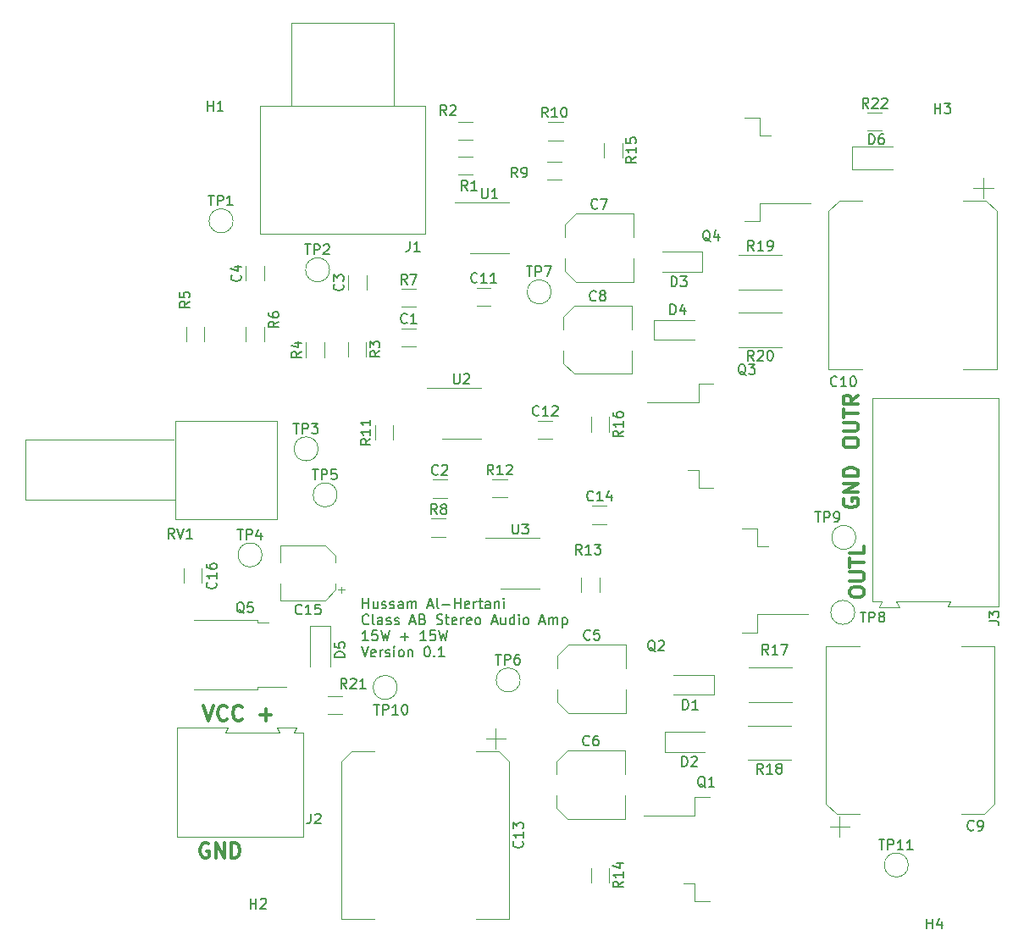
<source format=gto>
%TF.GenerationSoftware,KiCad,Pcbnew,7.0.7*%
%TF.CreationDate,2023-08-30T15:53:29-04:00*%
%TF.ProjectId,Basic Stereo Amp,42617369-6320-4537-9465-72656f20416d,rev?*%
%TF.SameCoordinates,Original*%
%TF.FileFunction,Legend,Top*%
%TF.FilePolarity,Positive*%
%FSLAX46Y46*%
G04 Gerber Fmt 4.6, Leading zero omitted, Abs format (unit mm)*
G04 Created by KiCad (PCBNEW 7.0.7) date 2023-08-30 15:53:29*
%MOMM*%
%LPD*%
G01*
G04 APERTURE LIST*
%ADD10C,0.300000*%
%ADD11C,0.200000*%
%ADD12C,0.150000*%
%ADD13C,0.120000*%
G04 APERTURE END LIST*
D10*
X109340225Y-106550828D02*
X109840225Y-108050828D01*
X109840225Y-108050828D02*
X110340225Y-106550828D01*
X111697367Y-107907971D02*
X111625939Y-107979400D01*
X111625939Y-107979400D02*
X111411653Y-108050828D01*
X111411653Y-108050828D02*
X111268796Y-108050828D01*
X111268796Y-108050828D02*
X111054510Y-107979400D01*
X111054510Y-107979400D02*
X110911653Y-107836542D01*
X110911653Y-107836542D02*
X110840224Y-107693685D01*
X110840224Y-107693685D02*
X110768796Y-107407971D01*
X110768796Y-107407971D02*
X110768796Y-107193685D01*
X110768796Y-107193685D02*
X110840224Y-106907971D01*
X110840224Y-106907971D02*
X110911653Y-106765114D01*
X110911653Y-106765114D02*
X111054510Y-106622257D01*
X111054510Y-106622257D02*
X111268796Y-106550828D01*
X111268796Y-106550828D02*
X111411653Y-106550828D01*
X111411653Y-106550828D02*
X111625939Y-106622257D01*
X111625939Y-106622257D02*
X111697367Y-106693685D01*
X113197367Y-107907971D02*
X113125939Y-107979400D01*
X113125939Y-107979400D02*
X112911653Y-108050828D01*
X112911653Y-108050828D02*
X112768796Y-108050828D01*
X112768796Y-108050828D02*
X112554510Y-107979400D01*
X112554510Y-107979400D02*
X112411653Y-107836542D01*
X112411653Y-107836542D02*
X112340224Y-107693685D01*
X112340224Y-107693685D02*
X112268796Y-107407971D01*
X112268796Y-107407971D02*
X112268796Y-107193685D01*
X112268796Y-107193685D02*
X112340224Y-106907971D01*
X112340224Y-106907971D02*
X112411653Y-106765114D01*
X112411653Y-106765114D02*
X112554510Y-106622257D01*
X112554510Y-106622257D02*
X112768796Y-106550828D01*
X112768796Y-106550828D02*
X112911653Y-106550828D01*
X112911653Y-106550828D02*
X113125939Y-106622257D01*
X113125939Y-106622257D02*
X113197367Y-106693685D01*
X114983081Y-107479400D02*
X116125939Y-107479400D01*
X115554510Y-108050828D02*
X115554510Y-106907971D01*
X109840225Y-120372257D02*
X109697368Y-120300828D01*
X109697368Y-120300828D02*
X109483082Y-120300828D01*
X109483082Y-120300828D02*
X109268796Y-120372257D01*
X109268796Y-120372257D02*
X109125939Y-120515114D01*
X109125939Y-120515114D02*
X109054510Y-120657971D01*
X109054510Y-120657971D02*
X108983082Y-120943685D01*
X108983082Y-120943685D02*
X108983082Y-121157971D01*
X108983082Y-121157971D02*
X109054510Y-121443685D01*
X109054510Y-121443685D02*
X109125939Y-121586542D01*
X109125939Y-121586542D02*
X109268796Y-121729400D01*
X109268796Y-121729400D02*
X109483082Y-121800828D01*
X109483082Y-121800828D02*
X109625939Y-121800828D01*
X109625939Y-121800828D02*
X109840225Y-121729400D01*
X109840225Y-121729400D02*
X109911653Y-121657971D01*
X109911653Y-121657971D02*
X109911653Y-121157971D01*
X109911653Y-121157971D02*
X109625939Y-121157971D01*
X110554510Y-121800828D02*
X110554510Y-120300828D01*
X110554510Y-120300828D02*
X111411653Y-121800828D01*
X111411653Y-121800828D02*
X111411653Y-120300828D01*
X112125939Y-121800828D02*
X112125939Y-120300828D01*
X112125939Y-120300828D02*
X112483082Y-120300828D01*
X112483082Y-120300828D02*
X112697368Y-120372257D01*
X112697368Y-120372257D02*
X112840225Y-120515114D01*
X112840225Y-120515114D02*
X112911654Y-120657971D01*
X112911654Y-120657971D02*
X112983082Y-120943685D01*
X112983082Y-120943685D02*
X112983082Y-121157971D01*
X112983082Y-121157971D02*
X112911654Y-121443685D01*
X112911654Y-121443685D02*
X112840225Y-121586542D01*
X112840225Y-121586542D02*
X112697368Y-121729400D01*
X112697368Y-121729400D02*
X112483082Y-121800828D01*
X112483082Y-121800828D02*
X112125939Y-121800828D01*
D11*
X125269673Y-96837219D02*
X125269673Y-95837219D01*
X125269673Y-96313409D02*
X125841101Y-96313409D01*
X125841101Y-96837219D02*
X125841101Y-95837219D01*
X126745863Y-96170552D02*
X126745863Y-96837219D01*
X126317292Y-96170552D02*
X126317292Y-96694361D01*
X126317292Y-96694361D02*
X126364911Y-96789600D01*
X126364911Y-96789600D02*
X126460149Y-96837219D01*
X126460149Y-96837219D02*
X126603006Y-96837219D01*
X126603006Y-96837219D02*
X126698244Y-96789600D01*
X126698244Y-96789600D02*
X126745863Y-96741980D01*
X127174435Y-96789600D02*
X127269673Y-96837219D01*
X127269673Y-96837219D02*
X127460149Y-96837219D01*
X127460149Y-96837219D02*
X127555387Y-96789600D01*
X127555387Y-96789600D02*
X127603006Y-96694361D01*
X127603006Y-96694361D02*
X127603006Y-96646742D01*
X127603006Y-96646742D02*
X127555387Y-96551504D01*
X127555387Y-96551504D02*
X127460149Y-96503885D01*
X127460149Y-96503885D02*
X127317292Y-96503885D01*
X127317292Y-96503885D02*
X127222054Y-96456266D01*
X127222054Y-96456266D02*
X127174435Y-96361028D01*
X127174435Y-96361028D02*
X127174435Y-96313409D01*
X127174435Y-96313409D02*
X127222054Y-96218171D01*
X127222054Y-96218171D02*
X127317292Y-96170552D01*
X127317292Y-96170552D02*
X127460149Y-96170552D01*
X127460149Y-96170552D02*
X127555387Y-96218171D01*
X127983959Y-96789600D02*
X128079197Y-96837219D01*
X128079197Y-96837219D02*
X128269673Y-96837219D01*
X128269673Y-96837219D02*
X128364911Y-96789600D01*
X128364911Y-96789600D02*
X128412530Y-96694361D01*
X128412530Y-96694361D02*
X128412530Y-96646742D01*
X128412530Y-96646742D02*
X128364911Y-96551504D01*
X128364911Y-96551504D02*
X128269673Y-96503885D01*
X128269673Y-96503885D02*
X128126816Y-96503885D01*
X128126816Y-96503885D02*
X128031578Y-96456266D01*
X128031578Y-96456266D02*
X127983959Y-96361028D01*
X127983959Y-96361028D02*
X127983959Y-96313409D01*
X127983959Y-96313409D02*
X128031578Y-96218171D01*
X128031578Y-96218171D02*
X128126816Y-96170552D01*
X128126816Y-96170552D02*
X128269673Y-96170552D01*
X128269673Y-96170552D02*
X128364911Y-96218171D01*
X129269673Y-96837219D02*
X129269673Y-96313409D01*
X129269673Y-96313409D02*
X129222054Y-96218171D01*
X129222054Y-96218171D02*
X129126816Y-96170552D01*
X129126816Y-96170552D02*
X128936340Y-96170552D01*
X128936340Y-96170552D02*
X128841102Y-96218171D01*
X129269673Y-96789600D02*
X129174435Y-96837219D01*
X129174435Y-96837219D02*
X128936340Y-96837219D01*
X128936340Y-96837219D02*
X128841102Y-96789600D01*
X128841102Y-96789600D02*
X128793483Y-96694361D01*
X128793483Y-96694361D02*
X128793483Y-96599123D01*
X128793483Y-96599123D02*
X128841102Y-96503885D01*
X128841102Y-96503885D02*
X128936340Y-96456266D01*
X128936340Y-96456266D02*
X129174435Y-96456266D01*
X129174435Y-96456266D02*
X129269673Y-96408647D01*
X129745864Y-96837219D02*
X129745864Y-96170552D01*
X129745864Y-96265790D02*
X129793483Y-96218171D01*
X129793483Y-96218171D02*
X129888721Y-96170552D01*
X129888721Y-96170552D02*
X130031578Y-96170552D01*
X130031578Y-96170552D02*
X130126816Y-96218171D01*
X130126816Y-96218171D02*
X130174435Y-96313409D01*
X130174435Y-96313409D02*
X130174435Y-96837219D01*
X130174435Y-96313409D02*
X130222054Y-96218171D01*
X130222054Y-96218171D02*
X130317292Y-96170552D01*
X130317292Y-96170552D02*
X130460149Y-96170552D01*
X130460149Y-96170552D02*
X130555388Y-96218171D01*
X130555388Y-96218171D02*
X130603007Y-96313409D01*
X130603007Y-96313409D02*
X130603007Y-96837219D01*
X131793483Y-96551504D02*
X132269673Y-96551504D01*
X131698245Y-96837219D02*
X132031578Y-95837219D01*
X132031578Y-95837219D02*
X132364911Y-96837219D01*
X132841102Y-96837219D02*
X132745864Y-96789600D01*
X132745864Y-96789600D02*
X132698245Y-96694361D01*
X132698245Y-96694361D02*
X132698245Y-95837219D01*
X133222055Y-96456266D02*
X133983960Y-96456266D01*
X134460150Y-96837219D02*
X134460150Y-95837219D01*
X134460150Y-96313409D02*
X135031578Y-96313409D01*
X135031578Y-96837219D02*
X135031578Y-95837219D01*
X135888721Y-96789600D02*
X135793483Y-96837219D01*
X135793483Y-96837219D02*
X135603007Y-96837219D01*
X135603007Y-96837219D02*
X135507769Y-96789600D01*
X135507769Y-96789600D02*
X135460150Y-96694361D01*
X135460150Y-96694361D02*
X135460150Y-96313409D01*
X135460150Y-96313409D02*
X135507769Y-96218171D01*
X135507769Y-96218171D02*
X135603007Y-96170552D01*
X135603007Y-96170552D02*
X135793483Y-96170552D01*
X135793483Y-96170552D02*
X135888721Y-96218171D01*
X135888721Y-96218171D02*
X135936340Y-96313409D01*
X135936340Y-96313409D02*
X135936340Y-96408647D01*
X135936340Y-96408647D02*
X135460150Y-96503885D01*
X136364912Y-96837219D02*
X136364912Y-96170552D01*
X136364912Y-96361028D02*
X136412531Y-96265790D01*
X136412531Y-96265790D02*
X136460150Y-96218171D01*
X136460150Y-96218171D02*
X136555388Y-96170552D01*
X136555388Y-96170552D02*
X136650626Y-96170552D01*
X136841103Y-96170552D02*
X137222055Y-96170552D01*
X136983960Y-95837219D02*
X136983960Y-96694361D01*
X136983960Y-96694361D02*
X137031579Y-96789600D01*
X137031579Y-96789600D02*
X137126817Y-96837219D01*
X137126817Y-96837219D02*
X137222055Y-96837219D01*
X137983960Y-96837219D02*
X137983960Y-96313409D01*
X137983960Y-96313409D02*
X137936341Y-96218171D01*
X137936341Y-96218171D02*
X137841103Y-96170552D01*
X137841103Y-96170552D02*
X137650627Y-96170552D01*
X137650627Y-96170552D02*
X137555389Y-96218171D01*
X137983960Y-96789600D02*
X137888722Y-96837219D01*
X137888722Y-96837219D02*
X137650627Y-96837219D01*
X137650627Y-96837219D02*
X137555389Y-96789600D01*
X137555389Y-96789600D02*
X137507770Y-96694361D01*
X137507770Y-96694361D02*
X137507770Y-96599123D01*
X137507770Y-96599123D02*
X137555389Y-96503885D01*
X137555389Y-96503885D02*
X137650627Y-96456266D01*
X137650627Y-96456266D02*
X137888722Y-96456266D01*
X137888722Y-96456266D02*
X137983960Y-96408647D01*
X138460151Y-96170552D02*
X138460151Y-96837219D01*
X138460151Y-96265790D02*
X138507770Y-96218171D01*
X138507770Y-96218171D02*
X138603008Y-96170552D01*
X138603008Y-96170552D02*
X138745865Y-96170552D01*
X138745865Y-96170552D02*
X138841103Y-96218171D01*
X138841103Y-96218171D02*
X138888722Y-96313409D01*
X138888722Y-96313409D02*
X138888722Y-96837219D01*
X139364913Y-96837219D02*
X139364913Y-96170552D01*
X139364913Y-95837219D02*
X139317294Y-95884838D01*
X139317294Y-95884838D02*
X139364913Y-95932457D01*
X139364913Y-95932457D02*
X139412532Y-95884838D01*
X139412532Y-95884838D02*
X139364913Y-95837219D01*
X139364913Y-95837219D02*
X139364913Y-95932457D01*
X125841101Y-98351980D02*
X125793482Y-98399600D01*
X125793482Y-98399600D02*
X125650625Y-98447219D01*
X125650625Y-98447219D02*
X125555387Y-98447219D01*
X125555387Y-98447219D02*
X125412530Y-98399600D01*
X125412530Y-98399600D02*
X125317292Y-98304361D01*
X125317292Y-98304361D02*
X125269673Y-98209123D01*
X125269673Y-98209123D02*
X125222054Y-98018647D01*
X125222054Y-98018647D02*
X125222054Y-97875790D01*
X125222054Y-97875790D02*
X125269673Y-97685314D01*
X125269673Y-97685314D02*
X125317292Y-97590076D01*
X125317292Y-97590076D02*
X125412530Y-97494838D01*
X125412530Y-97494838D02*
X125555387Y-97447219D01*
X125555387Y-97447219D02*
X125650625Y-97447219D01*
X125650625Y-97447219D02*
X125793482Y-97494838D01*
X125793482Y-97494838D02*
X125841101Y-97542457D01*
X126412530Y-98447219D02*
X126317292Y-98399600D01*
X126317292Y-98399600D02*
X126269673Y-98304361D01*
X126269673Y-98304361D02*
X126269673Y-97447219D01*
X127222054Y-98447219D02*
X127222054Y-97923409D01*
X127222054Y-97923409D02*
X127174435Y-97828171D01*
X127174435Y-97828171D02*
X127079197Y-97780552D01*
X127079197Y-97780552D02*
X126888721Y-97780552D01*
X126888721Y-97780552D02*
X126793483Y-97828171D01*
X127222054Y-98399600D02*
X127126816Y-98447219D01*
X127126816Y-98447219D02*
X126888721Y-98447219D01*
X126888721Y-98447219D02*
X126793483Y-98399600D01*
X126793483Y-98399600D02*
X126745864Y-98304361D01*
X126745864Y-98304361D02*
X126745864Y-98209123D01*
X126745864Y-98209123D02*
X126793483Y-98113885D01*
X126793483Y-98113885D02*
X126888721Y-98066266D01*
X126888721Y-98066266D02*
X127126816Y-98066266D01*
X127126816Y-98066266D02*
X127222054Y-98018647D01*
X127650626Y-98399600D02*
X127745864Y-98447219D01*
X127745864Y-98447219D02*
X127936340Y-98447219D01*
X127936340Y-98447219D02*
X128031578Y-98399600D01*
X128031578Y-98399600D02*
X128079197Y-98304361D01*
X128079197Y-98304361D02*
X128079197Y-98256742D01*
X128079197Y-98256742D02*
X128031578Y-98161504D01*
X128031578Y-98161504D02*
X127936340Y-98113885D01*
X127936340Y-98113885D02*
X127793483Y-98113885D01*
X127793483Y-98113885D02*
X127698245Y-98066266D01*
X127698245Y-98066266D02*
X127650626Y-97971028D01*
X127650626Y-97971028D02*
X127650626Y-97923409D01*
X127650626Y-97923409D02*
X127698245Y-97828171D01*
X127698245Y-97828171D02*
X127793483Y-97780552D01*
X127793483Y-97780552D02*
X127936340Y-97780552D01*
X127936340Y-97780552D02*
X128031578Y-97828171D01*
X128460150Y-98399600D02*
X128555388Y-98447219D01*
X128555388Y-98447219D02*
X128745864Y-98447219D01*
X128745864Y-98447219D02*
X128841102Y-98399600D01*
X128841102Y-98399600D02*
X128888721Y-98304361D01*
X128888721Y-98304361D02*
X128888721Y-98256742D01*
X128888721Y-98256742D02*
X128841102Y-98161504D01*
X128841102Y-98161504D02*
X128745864Y-98113885D01*
X128745864Y-98113885D02*
X128603007Y-98113885D01*
X128603007Y-98113885D02*
X128507769Y-98066266D01*
X128507769Y-98066266D02*
X128460150Y-97971028D01*
X128460150Y-97971028D02*
X128460150Y-97923409D01*
X128460150Y-97923409D02*
X128507769Y-97828171D01*
X128507769Y-97828171D02*
X128603007Y-97780552D01*
X128603007Y-97780552D02*
X128745864Y-97780552D01*
X128745864Y-97780552D02*
X128841102Y-97828171D01*
X130031579Y-98161504D02*
X130507769Y-98161504D01*
X129936341Y-98447219D02*
X130269674Y-97447219D01*
X130269674Y-97447219D02*
X130603007Y-98447219D01*
X131269674Y-97923409D02*
X131412531Y-97971028D01*
X131412531Y-97971028D02*
X131460150Y-98018647D01*
X131460150Y-98018647D02*
X131507769Y-98113885D01*
X131507769Y-98113885D02*
X131507769Y-98256742D01*
X131507769Y-98256742D02*
X131460150Y-98351980D01*
X131460150Y-98351980D02*
X131412531Y-98399600D01*
X131412531Y-98399600D02*
X131317293Y-98447219D01*
X131317293Y-98447219D02*
X130936341Y-98447219D01*
X130936341Y-98447219D02*
X130936341Y-97447219D01*
X130936341Y-97447219D02*
X131269674Y-97447219D01*
X131269674Y-97447219D02*
X131364912Y-97494838D01*
X131364912Y-97494838D02*
X131412531Y-97542457D01*
X131412531Y-97542457D02*
X131460150Y-97637695D01*
X131460150Y-97637695D02*
X131460150Y-97732933D01*
X131460150Y-97732933D02*
X131412531Y-97828171D01*
X131412531Y-97828171D02*
X131364912Y-97875790D01*
X131364912Y-97875790D02*
X131269674Y-97923409D01*
X131269674Y-97923409D02*
X130936341Y-97923409D01*
X132650627Y-98399600D02*
X132793484Y-98447219D01*
X132793484Y-98447219D02*
X133031579Y-98447219D01*
X133031579Y-98447219D02*
X133126817Y-98399600D01*
X133126817Y-98399600D02*
X133174436Y-98351980D01*
X133174436Y-98351980D02*
X133222055Y-98256742D01*
X133222055Y-98256742D02*
X133222055Y-98161504D01*
X133222055Y-98161504D02*
X133174436Y-98066266D01*
X133174436Y-98066266D02*
X133126817Y-98018647D01*
X133126817Y-98018647D02*
X133031579Y-97971028D01*
X133031579Y-97971028D02*
X132841103Y-97923409D01*
X132841103Y-97923409D02*
X132745865Y-97875790D01*
X132745865Y-97875790D02*
X132698246Y-97828171D01*
X132698246Y-97828171D02*
X132650627Y-97732933D01*
X132650627Y-97732933D02*
X132650627Y-97637695D01*
X132650627Y-97637695D02*
X132698246Y-97542457D01*
X132698246Y-97542457D02*
X132745865Y-97494838D01*
X132745865Y-97494838D02*
X132841103Y-97447219D01*
X132841103Y-97447219D02*
X133079198Y-97447219D01*
X133079198Y-97447219D02*
X133222055Y-97494838D01*
X133507770Y-97780552D02*
X133888722Y-97780552D01*
X133650627Y-97447219D02*
X133650627Y-98304361D01*
X133650627Y-98304361D02*
X133698246Y-98399600D01*
X133698246Y-98399600D02*
X133793484Y-98447219D01*
X133793484Y-98447219D02*
X133888722Y-98447219D01*
X134603008Y-98399600D02*
X134507770Y-98447219D01*
X134507770Y-98447219D02*
X134317294Y-98447219D01*
X134317294Y-98447219D02*
X134222056Y-98399600D01*
X134222056Y-98399600D02*
X134174437Y-98304361D01*
X134174437Y-98304361D02*
X134174437Y-97923409D01*
X134174437Y-97923409D02*
X134222056Y-97828171D01*
X134222056Y-97828171D02*
X134317294Y-97780552D01*
X134317294Y-97780552D02*
X134507770Y-97780552D01*
X134507770Y-97780552D02*
X134603008Y-97828171D01*
X134603008Y-97828171D02*
X134650627Y-97923409D01*
X134650627Y-97923409D02*
X134650627Y-98018647D01*
X134650627Y-98018647D02*
X134174437Y-98113885D01*
X135079199Y-98447219D02*
X135079199Y-97780552D01*
X135079199Y-97971028D02*
X135126818Y-97875790D01*
X135126818Y-97875790D02*
X135174437Y-97828171D01*
X135174437Y-97828171D02*
X135269675Y-97780552D01*
X135269675Y-97780552D02*
X135364913Y-97780552D01*
X136079199Y-98399600D02*
X135983961Y-98447219D01*
X135983961Y-98447219D02*
X135793485Y-98447219D01*
X135793485Y-98447219D02*
X135698247Y-98399600D01*
X135698247Y-98399600D02*
X135650628Y-98304361D01*
X135650628Y-98304361D02*
X135650628Y-97923409D01*
X135650628Y-97923409D02*
X135698247Y-97828171D01*
X135698247Y-97828171D02*
X135793485Y-97780552D01*
X135793485Y-97780552D02*
X135983961Y-97780552D01*
X135983961Y-97780552D02*
X136079199Y-97828171D01*
X136079199Y-97828171D02*
X136126818Y-97923409D01*
X136126818Y-97923409D02*
X136126818Y-98018647D01*
X136126818Y-98018647D02*
X135650628Y-98113885D01*
X136698247Y-98447219D02*
X136603009Y-98399600D01*
X136603009Y-98399600D02*
X136555390Y-98351980D01*
X136555390Y-98351980D02*
X136507771Y-98256742D01*
X136507771Y-98256742D02*
X136507771Y-97971028D01*
X136507771Y-97971028D02*
X136555390Y-97875790D01*
X136555390Y-97875790D02*
X136603009Y-97828171D01*
X136603009Y-97828171D02*
X136698247Y-97780552D01*
X136698247Y-97780552D02*
X136841104Y-97780552D01*
X136841104Y-97780552D02*
X136936342Y-97828171D01*
X136936342Y-97828171D02*
X136983961Y-97875790D01*
X136983961Y-97875790D02*
X137031580Y-97971028D01*
X137031580Y-97971028D02*
X137031580Y-98256742D01*
X137031580Y-98256742D02*
X136983961Y-98351980D01*
X136983961Y-98351980D02*
X136936342Y-98399600D01*
X136936342Y-98399600D02*
X136841104Y-98447219D01*
X136841104Y-98447219D02*
X136698247Y-98447219D01*
X138174438Y-98161504D02*
X138650628Y-98161504D01*
X138079200Y-98447219D02*
X138412533Y-97447219D01*
X138412533Y-97447219D02*
X138745866Y-98447219D01*
X139507771Y-97780552D02*
X139507771Y-98447219D01*
X139079200Y-97780552D02*
X139079200Y-98304361D01*
X139079200Y-98304361D02*
X139126819Y-98399600D01*
X139126819Y-98399600D02*
X139222057Y-98447219D01*
X139222057Y-98447219D02*
X139364914Y-98447219D01*
X139364914Y-98447219D02*
X139460152Y-98399600D01*
X139460152Y-98399600D02*
X139507771Y-98351980D01*
X140412533Y-98447219D02*
X140412533Y-97447219D01*
X140412533Y-98399600D02*
X140317295Y-98447219D01*
X140317295Y-98447219D02*
X140126819Y-98447219D01*
X140126819Y-98447219D02*
X140031581Y-98399600D01*
X140031581Y-98399600D02*
X139983962Y-98351980D01*
X139983962Y-98351980D02*
X139936343Y-98256742D01*
X139936343Y-98256742D02*
X139936343Y-97971028D01*
X139936343Y-97971028D02*
X139983962Y-97875790D01*
X139983962Y-97875790D02*
X140031581Y-97828171D01*
X140031581Y-97828171D02*
X140126819Y-97780552D01*
X140126819Y-97780552D02*
X140317295Y-97780552D01*
X140317295Y-97780552D02*
X140412533Y-97828171D01*
X140888724Y-98447219D02*
X140888724Y-97780552D01*
X140888724Y-97447219D02*
X140841105Y-97494838D01*
X140841105Y-97494838D02*
X140888724Y-97542457D01*
X140888724Y-97542457D02*
X140936343Y-97494838D01*
X140936343Y-97494838D02*
X140888724Y-97447219D01*
X140888724Y-97447219D02*
X140888724Y-97542457D01*
X141507771Y-98447219D02*
X141412533Y-98399600D01*
X141412533Y-98399600D02*
X141364914Y-98351980D01*
X141364914Y-98351980D02*
X141317295Y-98256742D01*
X141317295Y-98256742D02*
X141317295Y-97971028D01*
X141317295Y-97971028D02*
X141364914Y-97875790D01*
X141364914Y-97875790D02*
X141412533Y-97828171D01*
X141412533Y-97828171D02*
X141507771Y-97780552D01*
X141507771Y-97780552D02*
X141650628Y-97780552D01*
X141650628Y-97780552D02*
X141745866Y-97828171D01*
X141745866Y-97828171D02*
X141793485Y-97875790D01*
X141793485Y-97875790D02*
X141841104Y-97971028D01*
X141841104Y-97971028D02*
X141841104Y-98256742D01*
X141841104Y-98256742D02*
X141793485Y-98351980D01*
X141793485Y-98351980D02*
X141745866Y-98399600D01*
X141745866Y-98399600D02*
X141650628Y-98447219D01*
X141650628Y-98447219D02*
X141507771Y-98447219D01*
X142983962Y-98161504D02*
X143460152Y-98161504D01*
X142888724Y-98447219D02*
X143222057Y-97447219D01*
X143222057Y-97447219D02*
X143555390Y-98447219D01*
X143888724Y-98447219D02*
X143888724Y-97780552D01*
X143888724Y-97875790D02*
X143936343Y-97828171D01*
X143936343Y-97828171D02*
X144031581Y-97780552D01*
X144031581Y-97780552D02*
X144174438Y-97780552D01*
X144174438Y-97780552D02*
X144269676Y-97828171D01*
X144269676Y-97828171D02*
X144317295Y-97923409D01*
X144317295Y-97923409D02*
X144317295Y-98447219D01*
X144317295Y-97923409D02*
X144364914Y-97828171D01*
X144364914Y-97828171D02*
X144460152Y-97780552D01*
X144460152Y-97780552D02*
X144603009Y-97780552D01*
X144603009Y-97780552D02*
X144698248Y-97828171D01*
X144698248Y-97828171D02*
X144745867Y-97923409D01*
X144745867Y-97923409D02*
X144745867Y-98447219D01*
X145222057Y-97780552D02*
X145222057Y-98780552D01*
X145222057Y-97828171D02*
X145317295Y-97780552D01*
X145317295Y-97780552D02*
X145507771Y-97780552D01*
X145507771Y-97780552D02*
X145603009Y-97828171D01*
X145603009Y-97828171D02*
X145650628Y-97875790D01*
X145650628Y-97875790D02*
X145698247Y-97971028D01*
X145698247Y-97971028D02*
X145698247Y-98256742D01*
X145698247Y-98256742D02*
X145650628Y-98351980D01*
X145650628Y-98351980D02*
X145603009Y-98399600D01*
X145603009Y-98399600D02*
X145507771Y-98447219D01*
X145507771Y-98447219D02*
X145317295Y-98447219D01*
X145317295Y-98447219D02*
X145222057Y-98399600D01*
X125793482Y-100057219D02*
X125222054Y-100057219D01*
X125507768Y-100057219D02*
X125507768Y-99057219D01*
X125507768Y-99057219D02*
X125412530Y-99200076D01*
X125412530Y-99200076D02*
X125317292Y-99295314D01*
X125317292Y-99295314D02*
X125222054Y-99342933D01*
X126698244Y-99057219D02*
X126222054Y-99057219D01*
X126222054Y-99057219D02*
X126174435Y-99533409D01*
X126174435Y-99533409D02*
X126222054Y-99485790D01*
X126222054Y-99485790D02*
X126317292Y-99438171D01*
X126317292Y-99438171D02*
X126555387Y-99438171D01*
X126555387Y-99438171D02*
X126650625Y-99485790D01*
X126650625Y-99485790D02*
X126698244Y-99533409D01*
X126698244Y-99533409D02*
X126745863Y-99628647D01*
X126745863Y-99628647D02*
X126745863Y-99866742D01*
X126745863Y-99866742D02*
X126698244Y-99961980D01*
X126698244Y-99961980D02*
X126650625Y-100009600D01*
X126650625Y-100009600D02*
X126555387Y-100057219D01*
X126555387Y-100057219D02*
X126317292Y-100057219D01*
X126317292Y-100057219D02*
X126222054Y-100009600D01*
X126222054Y-100009600D02*
X126174435Y-99961980D01*
X127079197Y-99057219D02*
X127317292Y-100057219D01*
X127317292Y-100057219D02*
X127507768Y-99342933D01*
X127507768Y-99342933D02*
X127698244Y-100057219D01*
X127698244Y-100057219D02*
X127936340Y-99057219D01*
X129079197Y-99676266D02*
X129841102Y-99676266D01*
X129460149Y-100057219D02*
X129460149Y-99295314D01*
X131603006Y-100057219D02*
X131031578Y-100057219D01*
X131317292Y-100057219D02*
X131317292Y-99057219D01*
X131317292Y-99057219D02*
X131222054Y-99200076D01*
X131222054Y-99200076D02*
X131126816Y-99295314D01*
X131126816Y-99295314D02*
X131031578Y-99342933D01*
X132507768Y-99057219D02*
X132031578Y-99057219D01*
X132031578Y-99057219D02*
X131983959Y-99533409D01*
X131983959Y-99533409D02*
X132031578Y-99485790D01*
X132031578Y-99485790D02*
X132126816Y-99438171D01*
X132126816Y-99438171D02*
X132364911Y-99438171D01*
X132364911Y-99438171D02*
X132460149Y-99485790D01*
X132460149Y-99485790D02*
X132507768Y-99533409D01*
X132507768Y-99533409D02*
X132555387Y-99628647D01*
X132555387Y-99628647D02*
X132555387Y-99866742D01*
X132555387Y-99866742D02*
X132507768Y-99961980D01*
X132507768Y-99961980D02*
X132460149Y-100009600D01*
X132460149Y-100009600D02*
X132364911Y-100057219D01*
X132364911Y-100057219D02*
X132126816Y-100057219D01*
X132126816Y-100057219D02*
X132031578Y-100009600D01*
X132031578Y-100009600D02*
X131983959Y-99961980D01*
X132888721Y-99057219D02*
X133126816Y-100057219D01*
X133126816Y-100057219D02*
X133317292Y-99342933D01*
X133317292Y-99342933D02*
X133507768Y-100057219D01*
X133507768Y-100057219D02*
X133745864Y-99057219D01*
X125126816Y-100667219D02*
X125460149Y-101667219D01*
X125460149Y-101667219D02*
X125793482Y-100667219D01*
X126507768Y-101619600D02*
X126412530Y-101667219D01*
X126412530Y-101667219D02*
X126222054Y-101667219D01*
X126222054Y-101667219D02*
X126126816Y-101619600D01*
X126126816Y-101619600D02*
X126079197Y-101524361D01*
X126079197Y-101524361D02*
X126079197Y-101143409D01*
X126079197Y-101143409D02*
X126126816Y-101048171D01*
X126126816Y-101048171D02*
X126222054Y-101000552D01*
X126222054Y-101000552D02*
X126412530Y-101000552D01*
X126412530Y-101000552D02*
X126507768Y-101048171D01*
X126507768Y-101048171D02*
X126555387Y-101143409D01*
X126555387Y-101143409D02*
X126555387Y-101238647D01*
X126555387Y-101238647D02*
X126079197Y-101333885D01*
X126983959Y-101667219D02*
X126983959Y-101000552D01*
X126983959Y-101191028D02*
X127031578Y-101095790D01*
X127031578Y-101095790D02*
X127079197Y-101048171D01*
X127079197Y-101048171D02*
X127174435Y-101000552D01*
X127174435Y-101000552D02*
X127269673Y-101000552D01*
X127555388Y-101619600D02*
X127650626Y-101667219D01*
X127650626Y-101667219D02*
X127841102Y-101667219D01*
X127841102Y-101667219D02*
X127936340Y-101619600D01*
X127936340Y-101619600D02*
X127983959Y-101524361D01*
X127983959Y-101524361D02*
X127983959Y-101476742D01*
X127983959Y-101476742D02*
X127936340Y-101381504D01*
X127936340Y-101381504D02*
X127841102Y-101333885D01*
X127841102Y-101333885D02*
X127698245Y-101333885D01*
X127698245Y-101333885D02*
X127603007Y-101286266D01*
X127603007Y-101286266D02*
X127555388Y-101191028D01*
X127555388Y-101191028D02*
X127555388Y-101143409D01*
X127555388Y-101143409D02*
X127603007Y-101048171D01*
X127603007Y-101048171D02*
X127698245Y-101000552D01*
X127698245Y-101000552D02*
X127841102Y-101000552D01*
X127841102Y-101000552D02*
X127936340Y-101048171D01*
X128412531Y-101667219D02*
X128412531Y-101000552D01*
X128412531Y-100667219D02*
X128364912Y-100714838D01*
X128364912Y-100714838D02*
X128412531Y-100762457D01*
X128412531Y-100762457D02*
X128460150Y-100714838D01*
X128460150Y-100714838D02*
X128412531Y-100667219D01*
X128412531Y-100667219D02*
X128412531Y-100762457D01*
X129031578Y-101667219D02*
X128936340Y-101619600D01*
X128936340Y-101619600D02*
X128888721Y-101571980D01*
X128888721Y-101571980D02*
X128841102Y-101476742D01*
X128841102Y-101476742D02*
X128841102Y-101191028D01*
X128841102Y-101191028D02*
X128888721Y-101095790D01*
X128888721Y-101095790D02*
X128936340Y-101048171D01*
X128936340Y-101048171D02*
X129031578Y-101000552D01*
X129031578Y-101000552D02*
X129174435Y-101000552D01*
X129174435Y-101000552D02*
X129269673Y-101048171D01*
X129269673Y-101048171D02*
X129317292Y-101095790D01*
X129317292Y-101095790D02*
X129364911Y-101191028D01*
X129364911Y-101191028D02*
X129364911Y-101476742D01*
X129364911Y-101476742D02*
X129317292Y-101571980D01*
X129317292Y-101571980D02*
X129269673Y-101619600D01*
X129269673Y-101619600D02*
X129174435Y-101667219D01*
X129174435Y-101667219D02*
X129031578Y-101667219D01*
X129793483Y-101000552D02*
X129793483Y-101667219D01*
X129793483Y-101095790D02*
X129841102Y-101048171D01*
X129841102Y-101048171D02*
X129936340Y-101000552D01*
X129936340Y-101000552D02*
X130079197Y-101000552D01*
X130079197Y-101000552D02*
X130174435Y-101048171D01*
X130174435Y-101048171D02*
X130222054Y-101143409D01*
X130222054Y-101143409D02*
X130222054Y-101667219D01*
X131650626Y-100667219D02*
X131745864Y-100667219D01*
X131745864Y-100667219D02*
X131841102Y-100714838D01*
X131841102Y-100714838D02*
X131888721Y-100762457D01*
X131888721Y-100762457D02*
X131936340Y-100857695D01*
X131936340Y-100857695D02*
X131983959Y-101048171D01*
X131983959Y-101048171D02*
X131983959Y-101286266D01*
X131983959Y-101286266D02*
X131936340Y-101476742D01*
X131936340Y-101476742D02*
X131888721Y-101571980D01*
X131888721Y-101571980D02*
X131841102Y-101619600D01*
X131841102Y-101619600D02*
X131745864Y-101667219D01*
X131745864Y-101667219D02*
X131650626Y-101667219D01*
X131650626Y-101667219D02*
X131555388Y-101619600D01*
X131555388Y-101619600D02*
X131507769Y-101571980D01*
X131507769Y-101571980D02*
X131460150Y-101476742D01*
X131460150Y-101476742D02*
X131412531Y-101286266D01*
X131412531Y-101286266D02*
X131412531Y-101048171D01*
X131412531Y-101048171D02*
X131460150Y-100857695D01*
X131460150Y-100857695D02*
X131507769Y-100762457D01*
X131507769Y-100762457D02*
X131555388Y-100714838D01*
X131555388Y-100714838D02*
X131650626Y-100667219D01*
X132412531Y-101571980D02*
X132460150Y-101619600D01*
X132460150Y-101619600D02*
X132412531Y-101667219D01*
X132412531Y-101667219D02*
X132364912Y-101619600D01*
X132364912Y-101619600D02*
X132412531Y-101571980D01*
X132412531Y-101571980D02*
X132412531Y-101667219D01*
X133412530Y-101667219D02*
X132841102Y-101667219D01*
X133126816Y-101667219D02*
X133126816Y-100667219D01*
X133126816Y-100667219D02*
X133031578Y-100810076D01*
X133031578Y-100810076D02*
X132936340Y-100905314D01*
X132936340Y-100905314D02*
X132841102Y-100952933D01*
D10*
X173900828Y-95359774D02*
X173900828Y-95074060D01*
X173900828Y-95074060D02*
X173972257Y-94931203D01*
X173972257Y-94931203D02*
X174115114Y-94788346D01*
X174115114Y-94788346D02*
X174400828Y-94716917D01*
X174400828Y-94716917D02*
X174900828Y-94716917D01*
X174900828Y-94716917D02*
X175186542Y-94788346D01*
X175186542Y-94788346D02*
X175329400Y-94931203D01*
X175329400Y-94931203D02*
X175400828Y-95074060D01*
X175400828Y-95074060D02*
X175400828Y-95359774D01*
X175400828Y-95359774D02*
X175329400Y-95502632D01*
X175329400Y-95502632D02*
X175186542Y-95645489D01*
X175186542Y-95645489D02*
X174900828Y-95716917D01*
X174900828Y-95716917D02*
X174400828Y-95716917D01*
X174400828Y-95716917D02*
X174115114Y-95645489D01*
X174115114Y-95645489D02*
X173972257Y-95502632D01*
X173972257Y-95502632D02*
X173900828Y-95359774D01*
X173900828Y-94074060D02*
X175115114Y-94074060D01*
X175115114Y-94074060D02*
X175257971Y-94002631D01*
X175257971Y-94002631D02*
X175329400Y-93931203D01*
X175329400Y-93931203D02*
X175400828Y-93788345D01*
X175400828Y-93788345D02*
X175400828Y-93502631D01*
X175400828Y-93502631D02*
X175329400Y-93359774D01*
X175329400Y-93359774D02*
X175257971Y-93288345D01*
X175257971Y-93288345D02*
X175115114Y-93216917D01*
X175115114Y-93216917D02*
X173900828Y-93216917D01*
X173900828Y-92716916D02*
X173900828Y-91859774D01*
X175400828Y-92288345D02*
X173900828Y-92288345D01*
X175400828Y-90645488D02*
X175400828Y-91359774D01*
X175400828Y-91359774D02*
X173900828Y-91359774D01*
X173372257Y-85909774D02*
X173300828Y-86052632D01*
X173300828Y-86052632D02*
X173300828Y-86266917D01*
X173300828Y-86266917D02*
X173372257Y-86481203D01*
X173372257Y-86481203D02*
X173515114Y-86624060D01*
X173515114Y-86624060D02*
X173657971Y-86695489D01*
X173657971Y-86695489D02*
X173943685Y-86766917D01*
X173943685Y-86766917D02*
X174157971Y-86766917D01*
X174157971Y-86766917D02*
X174443685Y-86695489D01*
X174443685Y-86695489D02*
X174586542Y-86624060D01*
X174586542Y-86624060D02*
X174729400Y-86481203D01*
X174729400Y-86481203D02*
X174800828Y-86266917D01*
X174800828Y-86266917D02*
X174800828Y-86124060D01*
X174800828Y-86124060D02*
X174729400Y-85909774D01*
X174729400Y-85909774D02*
X174657971Y-85838346D01*
X174657971Y-85838346D02*
X174157971Y-85838346D01*
X174157971Y-85838346D02*
X174157971Y-86124060D01*
X174800828Y-85195489D02*
X173300828Y-85195489D01*
X173300828Y-85195489D02*
X174800828Y-84338346D01*
X174800828Y-84338346D02*
X173300828Y-84338346D01*
X174800828Y-83624060D02*
X173300828Y-83624060D01*
X173300828Y-83624060D02*
X173300828Y-83266917D01*
X173300828Y-83266917D02*
X173372257Y-83052631D01*
X173372257Y-83052631D02*
X173515114Y-82909774D01*
X173515114Y-82909774D02*
X173657971Y-82838345D01*
X173657971Y-82838345D02*
X173943685Y-82766917D01*
X173943685Y-82766917D02*
X174157971Y-82766917D01*
X174157971Y-82766917D02*
X174443685Y-82838345D01*
X174443685Y-82838345D02*
X174586542Y-82909774D01*
X174586542Y-82909774D02*
X174729400Y-83052631D01*
X174729400Y-83052631D02*
X174800828Y-83266917D01*
X174800828Y-83266917D02*
X174800828Y-83624060D01*
X173300828Y-80409774D02*
X173300828Y-80124060D01*
X173300828Y-80124060D02*
X173372257Y-79981203D01*
X173372257Y-79981203D02*
X173515114Y-79838346D01*
X173515114Y-79838346D02*
X173800828Y-79766917D01*
X173800828Y-79766917D02*
X174300828Y-79766917D01*
X174300828Y-79766917D02*
X174586542Y-79838346D01*
X174586542Y-79838346D02*
X174729400Y-79981203D01*
X174729400Y-79981203D02*
X174800828Y-80124060D01*
X174800828Y-80124060D02*
X174800828Y-80409774D01*
X174800828Y-80409774D02*
X174729400Y-80552632D01*
X174729400Y-80552632D02*
X174586542Y-80695489D01*
X174586542Y-80695489D02*
X174300828Y-80766917D01*
X174300828Y-80766917D02*
X173800828Y-80766917D01*
X173800828Y-80766917D02*
X173515114Y-80695489D01*
X173515114Y-80695489D02*
X173372257Y-80552632D01*
X173372257Y-80552632D02*
X173300828Y-80409774D01*
X173300828Y-79124060D02*
X174515114Y-79124060D01*
X174515114Y-79124060D02*
X174657971Y-79052631D01*
X174657971Y-79052631D02*
X174729400Y-78981203D01*
X174729400Y-78981203D02*
X174800828Y-78838345D01*
X174800828Y-78838345D02*
X174800828Y-78552631D01*
X174800828Y-78552631D02*
X174729400Y-78409774D01*
X174729400Y-78409774D02*
X174657971Y-78338345D01*
X174657971Y-78338345D02*
X174515114Y-78266917D01*
X174515114Y-78266917D02*
X173300828Y-78266917D01*
X173300828Y-77766916D02*
X173300828Y-76909774D01*
X174800828Y-77338345D02*
X173300828Y-77338345D01*
X174800828Y-75552631D02*
X174086542Y-76052631D01*
X174800828Y-76409774D02*
X173300828Y-76409774D01*
X173300828Y-76409774D02*
X173300828Y-75838345D01*
X173300828Y-75838345D02*
X173372257Y-75695488D01*
X173372257Y-75695488D02*
X173443685Y-75624059D01*
X173443685Y-75624059D02*
X173586542Y-75552631D01*
X173586542Y-75552631D02*
X173800828Y-75552631D01*
X173800828Y-75552631D02*
X173943685Y-75624059D01*
X173943685Y-75624059D02*
X174015114Y-75695488D01*
X174015114Y-75695488D02*
X174086542Y-75838345D01*
X174086542Y-75838345D02*
X174086542Y-76409774D01*
D12*
X175861905Y-50434819D02*
X175861905Y-49434819D01*
X175861905Y-49434819D02*
X176100000Y-49434819D01*
X176100000Y-49434819D02*
X176242857Y-49482438D01*
X176242857Y-49482438D02*
X176338095Y-49577676D01*
X176338095Y-49577676D02*
X176385714Y-49672914D01*
X176385714Y-49672914D02*
X176433333Y-49863390D01*
X176433333Y-49863390D02*
X176433333Y-50006247D01*
X176433333Y-50006247D02*
X176385714Y-50196723D01*
X176385714Y-50196723D02*
X176338095Y-50291961D01*
X176338095Y-50291961D02*
X176242857Y-50387200D01*
X176242857Y-50387200D02*
X176100000Y-50434819D01*
X176100000Y-50434819D02*
X175861905Y-50434819D01*
X177290476Y-49434819D02*
X177100000Y-49434819D01*
X177100000Y-49434819D02*
X177004762Y-49482438D01*
X177004762Y-49482438D02*
X176957143Y-49530057D01*
X176957143Y-49530057D02*
X176861905Y-49672914D01*
X176861905Y-49672914D02*
X176814286Y-49863390D01*
X176814286Y-49863390D02*
X176814286Y-50244342D01*
X176814286Y-50244342D02*
X176861905Y-50339580D01*
X176861905Y-50339580D02*
X176909524Y-50387200D01*
X176909524Y-50387200D02*
X177004762Y-50434819D01*
X177004762Y-50434819D02*
X177195238Y-50434819D01*
X177195238Y-50434819D02*
X177290476Y-50387200D01*
X177290476Y-50387200D02*
X177338095Y-50339580D01*
X177338095Y-50339580D02*
X177385714Y-50244342D01*
X177385714Y-50244342D02*
X177385714Y-50006247D01*
X177385714Y-50006247D02*
X177338095Y-49911009D01*
X177338095Y-49911009D02*
X177290476Y-49863390D01*
X177290476Y-49863390D02*
X177195238Y-49815771D01*
X177195238Y-49815771D02*
X177004762Y-49815771D01*
X177004762Y-49815771D02*
X176909524Y-49863390D01*
X176909524Y-49863390D02*
X176861905Y-49911009D01*
X176861905Y-49911009D02*
X176814286Y-50006247D01*
X170488095Y-87204819D02*
X171059523Y-87204819D01*
X170773809Y-88204819D02*
X170773809Y-87204819D01*
X171392857Y-88204819D02*
X171392857Y-87204819D01*
X171392857Y-87204819D02*
X171773809Y-87204819D01*
X171773809Y-87204819D02*
X171869047Y-87252438D01*
X171869047Y-87252438D02*
X171916666Y-87300057D01*
X171916666Y-87300057D02*
X171964285Y-87395295D01*
X171964285Y-87395295D02*
X171964285Y-87538152D01*
X171964285Y-87538152D02*
X171916666Y-87633390D01*
X171916666Y-87633390D02*
X171869047Y-87681009D01*
X171869047Y-87681009D02*
X171773809Y-87728628D01*
X171773809Y-87728628D02*
X171392857Y-87728628D01*
X172440476Y-88204819D02*
X172630952Y-88204819D01*
X172630952Y-88204819D02*
X172726190Y-88157200D01*
X172726190Y-88157200D02*
X172773809Y-88109580D01*
X172773809Y-88109580D02*
X172869047Y-87966723D01*
X172869047Y-87966723D02*
X172916666Y-87776247D01*
X172916666Y-87776247D02*
X172916666Y-87395295D01*
X172916666Y-87395295D02*
X172869047Y-87300057D01*
X172869047Y-87300057D02*
X172821428Y-87252438D01*
X172821428Y-87252438D02*
X172726190Y-87204819D01*
X172726190Y-87204819D02*
X172535714Y-87204819D01*
X172535714Y-87204819D02*
X172440476Y-87252438D01*
X172440476Y-87252438D02*
X172392857Y-87300057D01*
X172392857Y-87300057D02*
X172345238Y-87395295D01*
X172345238Y-87395295D02*
X172345238Y-87633390D01*
X172345238Y-87633390D02*
X172392857Y-87728628D01*
X172392857Y-87728628D02*
X172440476Y-87776247D01*
X172440476Y-87776247D02*
X172535714Y-87823866D01*
X172535714Y-87823866D02*
X172726190Y-87823866D01*
X172726190Y-87823866D02*
X172821428Y-87776247D01*
X172821428Y-87776247D02*
X172869047Y-87728628D01*
X172869047Y-87728628D02*
X172916666Y-87633390D01*
X159504761Y-114750057D02*
X159409523Y-114702438D01*
X159409523Y-114702438D02*
X159314285Y-114607200D01*
X159314285Y-114607200D02*
X159171428Y-114464342D01*
X159171428Y-114464342D02*
X159076190Y-114416723D01*
X159076190Y-114416723D02*
X158980952Y-114416723D01*
X159028571Y-114654819D02*
X158933333Y-114607200D01*
X158933333Y-114607200D02*
X158838095Y-114511961D01*
X158838095Y-114511961D02*
X158790476Y-114321485D01*
X158790476Y-114321485D02*
X158790476Y-113988152D01*
X158790476Y-113988152D02*
X158838095Y-113797676D01*
X158838095Y-113797676D02*
X158933333Y-113702438D01*
X158933333Y-113702438D02*
X159028571Y-113654819D01*
X159028571Y-113654819D02*
X159219047Y-113654819D01*
X159219047Y-113654819D02*
X159314285Y-113702438D01*
X159314285Y-113702438D02*
X159409523Y-113797676D01*
X159409523Y-113797676D02*
X159457142Y-113988152D01*
X159457142Y-113988152D02*
X159457142Y-114321485D01*
X159457142Y-114321485D02*
X159409523Y-114511961D01*
X159409523Y-114511961D02*
X159314285Y-114607200D01*
X159314285Y-114607200D02*
X159219047Y-114654819D01*
X159219047Y-114654819D02*
X159028571Y-114654819D01*
X160409523Y-114654819D02*
X159838095Y-114654819D01*
X160123809Y-114654819D02*
X160123809Y-113654819D01*
X160123809Y-113654819D02*
X160028571Y-113797676D01*
X160028571Y-113797676D02*
X159933333Y-113892914D01*
X159933333Y-113892914D02*
X159838095Y-113940533D01*
X129966666Y-60154819D02*
X129966666Y-60869104D01*
X129966666Y-60869104D02*
X129919047Y-61011961D01*
X129919047Y-61011961D02*
X129823809Y-61107200D01*
X129823809Y-61107200D02*
X129680952Y-61154819D01*
X129680952Y-61154819D02*
X129585714Y-61154819D01*
X130966666Y-61154819D02*
X130395238Y-61154819D01*
X130680952Y-61154819D02*
X130680952Y-60154819D01*
X130680952Y-60154819D02*
X130585714Y-60297676D01*
X130585714Y-60297676D02*
X130490476Y-60392914D01*
X130490476Y-60392914D02*
X130395238Y-60440533D01*
X152574819Y-51692857D02*
X152098628Y-52026190D01*
X152574819Y-52264285D02*
X151574819Y-52264285D01*
X151574819Y-52264285D02*
X151574819Y-51883333D01*
X151574819Y-51883333D02*
X151622438Y-51788095D01*
X151622438Y-51788095D02*
X151670057Y-51740476D01*
X151670057Y-51740476D02*
X151765295Y-51692857D01*
X151765295Y-51692857D02*
X151908152Y-51692857D01*
X151908152Y-51692857D02*
X152003390Y-51740476D01*
X152003390Y-51740476D02*
X152051009Y-51788095D01*
X152051009Y-51788095D02*
X152098628Y-51883333D01*
X152098628Y-51883333D02*
X152098628Y-52264285D01*
X152574819Y-50740476D02*
X152574819Y-51311904D01*
X152574819Y-51026190D02*
X151574819Y-51026190D01*
X151574819Y-51026190D02*
X151717676Y-51121428D01*
X151717676Y-51121428D02*
X151812914Y-51216666D01*
X151812914Y-51216666D02*
X151860533Y-51311904D01*
X151574819Y-49835714D02*
X151574819Y-50311904D01*
X151574819Y-50311904D02*
X152051009Y-50359523D01*
X152051009Y-50359523D02*
X152003390Y-50311904D01*
X152003390Y-50311904D02*
X151955771Y-50216666D01*
X151955771Y-50216666D02*
X151955771Y-49978571D01*
X151955771Y-49978571D02*
X152003390Y-49883333D01*
X152003390Y-49883333D02*
X152051009Y-49835714D01*
X152051009Y-49835714D02*
X152146247Y-49788095D01*
X152146247Y-49788095D02*
X152384342Y-49788095D01*
X152384342Y-49788095D02*
X152479580Y-49835714D01*
X152479580Y-49835714D02*
X152527200Y-49883333D01*
X152527200Y-49883333D02*
X152574819Y-49978571D01*
X152574819Y-49978571D02*
X152574819Y-50216666D01*
X152574819Y-50216666D02*
X152527200Y-50311904D01*
X152527200Y-50311904D02*
X152479580Y-50359523D01*
X154504761Y-101150057D02*
X154409523Y-101102438D01*
X154409523Y-101102438D02*
X154314285Y-101007200D01*
X154314285Y-101007200D02*
X154171428Y-100864342D01*
X154171428Y-100864342D02*
X154076190Y-100816723D01*
X154076190Y-100816723D02*
X153980952Y-100816723D01*
X154028571Y-101054819D02*
X153933333Y-101007200D01*
X153933333Y-101007200D02*
X153838095Y-100911961D01*
X153838095Y-100911961D02*
X153790476Y-100721485D01*
X153790476Y-100721485D02*
X153790476Y-100388152D01*
X153790476Y-100388152D02*
X153838095Y-100197676D01*
X153838095Y-100197676D02*
X153933333Y-100102438D01*
X153933333Y-100102438D02*
X154028571Y-100054819D01*
X154028571Y-100054819D02*
X154219047Y-100054819D01*
X154219047Y-100054819D02*
X154314285Y-100102438D01*
X154314285Y-100102438D02*
X154409523Y-100197676D01*
X154409523Y-100197676D02*
X154457142Y-100388152D01*
X154457142Y-100388152D02*
X154457142Y-100721485D01*
X154457142Y-100721485D02*
X154409523Y-100911961D01*
X154409523Y-100911961D02*
X154314285Y-101007200D01*
X154314285Y-101007200D02*
X154219047Y-101054819D01*
X154219047Y-101054819D02*
X154028571Y-101054819D01*
X154838095Y-100150057D02*
X154885714Y-100102438D01*
X154885714Y-100102438D02*
X154980952Y-100054819D01*
X154980952Y-100054819D02*
X155219047Y-100054819D01*
X155219047Y-100054819D02*
X155314285Y-100102438D01*
X155314285Y-100102438D02*
X155361904Y-100150057D01*
X155361904Y-100150057D02*
X155409523Y-100245295D01*
X155409523Y-100245295D02*
X155409523Y-100340533D01*
X155409523Y-100340533D02*
X155361904Y-100483390D01*
X155361904Y-100483390D02*
X154790476Y-101054819D01*
X154790476Y-101054819D02*
X155409523Y-101054819D01*
X138538095Y-101456819D02*
X139109523Y-101456819D01*
X138823809Y-102456819D02*
X138823809Y-101456819D01*
X139442857Y-102456819D02*
X139442857Y-101456819D01*
X139442857Y-101456819D02*
X139823809Y-101456819D01*
X139823809Y-101456819D02*
X139919047Y-101504438D01*
X139919047Y-101504438D02*
X139966666Y-101552057D01*
X139966666Y-101552057D02*
X140014285Y-101647295D01*
X140014285Y-101647295D02*
X140014285Y-101790152D01*
X140014285Y-101790152D02*
X139966666Y-101885390D01*
X139966666Y-101885390D02*
X139919047Y-101933009D01*
X139919047Y-101933009D02*
X139823809Y-101980628D01*
X139823809Y-101980628D02*
X139442857Y-101980628D01*
X140871428Y-101456819D02*
X140680952Y-101456819D01*
X140680952Y-101456819D02*
X140585714Y-101504438D01*
X140585714Y-101504438D02*
X140538095Y-101552057D01*
X140538095Y-101552057D02*
X140442857Y-101694914D01*
X140442857Y-101694914D02*
X140395238Y-101885390D01*
X140395238Y-101885390D02*
X140395238Y-102266342D01*
X140395238Y-102266342D02*
X140442857Y-102361580D01*
X140442857Y-102361580D02*
X140490476Y-102409200D01*
X140490476Y-102409200D02*
X140585714Y-102456819D01*
X140585714Y-102456819D02*
X140776190Y-102456819D01*
X140776190Y-102456819D02*
X140871428Y-102409200D01*
X140871428Y-102409200D02*
X140919047Y-102361580D01*
X140919047Y-102361580D02*
X140966666Y-102266342D01*
X140966666Y-102266342D02*
X140966666Y-102028247D01*
X140966666Y-102028247D02*
X140919047Y-101933009D01*
X140919047Y-101933009D02*
X140871428Y-101885390D01*
X140871428Y-101885390D02*
X140776190Y-101837771D01*
X140776190Y-101837771D02*
X140585714Y-101837771D01*
X140585714Y-101837771D02*
X140490476Y-101885390D01*
X140490476Y-101885390D02*
X140442857Y-101933009D01*
X140442857Y-101933009D02*
X140395238Y-102028247D01*
X143757142Y-47754819D02*
X143423809Y-47278628D01*
X143185714Y-47754819D02*
X143185714Y-46754819D01*
X143185714Y-46754819D02*
X143566666Y-46754819D01*
X143566666Y-46754819D02*
X143661904Y-46802438D01*
X143661904Y-46802438D02*
X143709523Y-46850057D01*
X143709523Y-46850057D02*
X143757142Y-46945295D01*
X143757142Y-46945295D02*
X143757142Y-47088152D01*
X143757142Y-47088152D02*
X143709523Y-47183390D01*
X143709523Y-47183390D02*
X143661904Y-47231009D01*
X143661904Y-47231009D02*
X143566666Y-47278628D01*
X143566666Y-47278628D02*
X143185714Y-47278628D01*
X144709523Y-47754819D02*
X144138095Y-47754819D01*
X144423809Y-47754819D02*
X144423809Y-46754819D01*
X144423809Y-46754819D02*
X144328571Y-46897676D01*
X144328571Y-46897676D02*
X144233333Y-46992914D01*
X144233333Y-46992914D02*
X144138095Y-47040533D01*
X145328571Y-46754819D02*
X145423809Y-46754819D01*
X145423809Y-46754819D02*
X145519047Y-46802438D01*
X145519047Y-46802438D02*
X145566666Y-46850057D01*
X145566666Y-46850057D02*
X145614285Y-46945295D01*
X145614285Y-46945295D02*
X145661904Y-47135771D01*
X145661904Y-47135771D02*
X145661904Y-47373866D01*
X145661904Y-47373866D02*
X145614285Y-47564342D01*
X145614285Y-47564342D02*
X145566666Y-47659580D01*
X145566666Y-47659580D02*
X145519047Y-47707200D01*
X145519047Y-47707200D02*
X145423809Y-47754819D01*
X145423809Y-47754819D02*
X145328571Y-47754819D01*
X145328571Y-47754819D02*
X145233333Y-47707200D01*
X145233333Y-47707200D02*
X145185714Y-47659580D01*
X145185714Y-47659580D02*
X145138095Y-47564342D01*
X145138095Y-47564342D02*
X145090476Y-47373866D01*
X145090476Y-47373866D02*
X145090476Y-47135771D01*
X145090476Y-47135771D02*
X145138095Y-46945295D01*
X145138095Y-46945295D02*
X145185714Y-46850057D01*
X145185714Y-46850057D02*
X145233333Y-46802438D01*
X145233333Y-46802438D02*
X145328571Y-46754819D01*
X132795833Y-83404580D02*
X132748214Y-83452200D01*
X132748214Y-83452200D02*
X132605357Y-83499819D01*
X132605357Y-83499819D02*
X132510119Y-83499819D01*
X132510119Y-83499819D02*
X132367262Y-83452200D01*
X132367262Y-83452200D02*
X132272024Y-83356961D01*
X132272024Y-83356961D02*
X132224405Y-83261723D01*
X132224405Y-83261723D02*
X132176786Y-83071247D01*
X132176786Y-83071247D02*
X132176786Y-82928390D01*
X132176786Y-82928390D02*
X132224405Y-82737914D01*
X132224405Y-82737914D02*
X132272024Y-82642676D01*
X132272024Y-82642676D02*
X132367262Y-82547438D01*
X132367262Y-82547438D02*
X132510119Y-82499819D01*
X132510119Y-82499819D02*
X132605357Y-82499819D01*
X132605357Y-82499819D02*
X132748214Y-82547438D01*
X132748214Y-82547438D02*
X132795833Y-82595057D01*
X133176786Y-82595057D02*
X133224405Y-82547438D01*
X133224405Y-82547438D02*
X133319643Y-82499819D01*
X133319643Y-82499819D02*
X133557738Y-82499819D01*
X133557738Y-82499819D02*
X133652976Y-82547438D01*
X133652976Y-82547438D02*
X133700595Y-82595057D01*
X133700595Y-82595057D02*
X133748214Y-82690295D01*
X133748214Y-82690295D02*
X133748214Y-82785533D01*
X133748214Y-82785533D02*
X133700595Y-82928390D01*
X133700595Y-82928390D02*
X133129167Y-83499819D01*
X133129167Y-83499819D02*
X133748214Y-83499819D01*
X114038095Y-126854819D02*
X114038095Y-125854819D01*
X114038095Y-126331009D02*
X114609523Y-126331009D01*
X114609523Y-126854819D02*
X114609523Y-125854819D01*
X115038095Y-125950057D02*
X115085714Y-125902438D01*
X115085714Y-125902438D02*
X115180952Y-125854819D01*
X115180952Y-125854819D02*
X115419047Y-125854819D01*
X115419047Y-125854819D02*
X115514285Y-125902438D01*
X115514285Y-125902438D02*
X115561904Y-125950057D01*
X115561904Y-125950057D02*
X115609523Y-126045295D01*
X115609523Y-126045295D02*
X115609523Y-126140533D01*
X115609523Y-126140533D02*
X115561904Y-126283390D01*
X115561904Y-126283390D02*
X114990476Y-126854819D01*
X114990476Y-126854819D02*
X115609523Y-126854819D01*
X174988095Y-97204819D02*
X175559523Y-97204819D01*
X175273809Y-98204819D02*
X175273809Y-97204819D01*
X175892857Y-98204819D02*
X175892857Y-97204819D01*
X175892857Y-97204819D02*
X176273809Y-97204819D01*
X176273809Y-97204819D02*
X176369047Y-97252438D01*
X176369047Y-97252438D02*
X176416666Y-97300057D01*
X176416666Y-97300057D02*
X176464285Y-97395295D01*
X176464285Y-97395295D02*
X176464285Y-97538152D01*
X176464285Y-97538152D02*
X176416666Y-97633390D01*
X176416666Y-97633390D02*
X176369047Y-97681009D01*
X176369047Y-97681009D02*
X176273809Y-97728628D01*
X176273809Y-97728628D02*
X175892857Y-97728628D01*
X177035714Y-97633390D02*
X176940476Y-97585771D01*
X176940476Y-97585771D02*
X176892857Y-97538152D01*
X176892857Y-97538152D02*
X176845238Y-97442914D01*
X176845238Y-97442914D02*
X176845238Y-97395295D01*
X176845238Y-97395295D02*
X176892857Y-97300057D01*
X176892857Y-97300057D02*
X176940476Y-97252438D01*
X176940476Y-97252438D02*
X177035714Y-97204819D01*
X177035714Y-97204819D02*
X177226190Y-97204819D01*
X177226190Y-97204819D02*
X177321428Y-97252438D01*
X177321428Y-97252438D02*
X177369047Y-97300057D01*
X177369047Y-97300057D02*
X177416666Y-97395295D01*
X177416666Y-97395295D02*
X177416666Y-97442914D01*
X177416666Y-97442914D02*
X177369047Y-97538152D01*
X177369047Y-97538152D02*
X177321428Y-97585771D01*
X177321428Y-97585771D02*
X177226190Y-97633390D01*
X177226190Y-97633390D02*
X177035714Y-97633390D01*
X177035714Y-97633390D02*
X176940476Y-97681009D01*
X176940476Y-97681009D02*
X176892857Y-97728628D01*
X176892857Y-97728628D02*
X176845238Y-97823866D01*
X176845238Y-97823866D02*
X176845238Y-98014342D01*
X176845238Y-98014342D02*
X176892857Y-98109580D01*
X176892857Y-98109580D02*
X176940476Y-98157200D01*
X176940476Y-98157200D02*
X177035714Y-98204819D01*
X177035714Y-98204819D02*
X177226190Y-98204819D01*
X177226190Y-98204819D02*
X177321428Y-98157200D01*
X177321428Y-98157200D02*
X177369047Y-98109580D01*
X177369047Y-98109580D02*
X177416666Y-98014342D01*
X177416666Y-98014342D02*
X177416666Y-97823866D01*
X177416666Y-97823866D02*
X177369047Y-97728628D01*
X177369047Y-97728628D02*
X177321428Y-97681009D01*
X177321428Y-97681009D02*
X177226190Y-97633390D01*
X120238095Y-82956819D02*
X120809523Y-82956819D01*
X120523809Y-83956819D02*
X120523809Y-82956819D01*
X121142857Y-83956819D02*
X121142857Y-82956819D01*
X121142857Y-82956819D02*
X121523809Y-82956819D01*
X121523809Y-82956819D02*
X121619047Y-83004438D01*
X121619047Y-83004438D02*
X121666666Y-83052057D01*
X121666666Y-83052057D02*
X121714285Y-83147295D01*
X121714285Y-83147295D02*
X121714285Y-83290152D01*
X121714285Y-83290152D02*
X121666666Y-83385390D01*
X121666666Y-83385390D02*
X121619047Y-83433009D01*
X121619047Y-83433009D02*
X121523809Y-83480628D01*
X121523809Y-83480628D02*
X121142857Y-83480628D01*
X122619047Y-82956819D02*
X122142857Y-82956819D01*
X122142857Y-82956819D02*
X122095238Y-83433009D01*
X122095238Y-83433009D02*
X122142857Y-83385390D01*
X122142857Y-83385390D02*
X122238095Y-83337771D01*
X122238095Y-83337771D02*
X122476190Y-83337771D01*
X122476190Y-83337771D02*
X122571428Y-83385390D01*
X122571428Y-83385390D02*
X122619047Y-83433009D01*
X122619047Y-83433009D02*
X122666666Y-83528247D01*
X122666666Y-83528247D02*
X122666666Y-83766342D01*
X122666666Y-83766342D02*
X122619047Y-83861580D01*
X122619047Y-83861580D02*
X122571428Y-83909200D01*
X122571428Y-83909200D02*
X122476190Y-83956819D01*
X122476190Y-83956819D02*
X122238095Y-83956819D01*
X122238095Y-83956819D02*
X122142857Y-83909200D01*
X122142857Y-83909200D02*
X122095238Y-83861580D01*
X140733333Y-53754819D02*
X140400000Y-53278628D01*
X140161905Y-53754819D02*
X140161905Y-52754819D01*
X140161905Y-52754819D02*
X140542857Y-52754819D01*
X140542857Y-52754819D02*
X140638095Y-52802438D01*
X140638095Y-52802438D02*
X140685714Y-52850057D01*
X140685714Y-52850057D02*
X140733333Y-52945295D01*
X140733333Y-52945295D02*
X140733333Y-53088152D01*
X140733333Y-53088152D02*
X140685714Y-53183390D01*
X140685714Y-53183390D02*
X140638095Y-53231009D01*
X140638095Y-53231009D02*
X140542857Y-53278628D01*
X140542857Y-53278628D02*
X140161905Y-53278628D01*
X141209524Y-53754819D02*
X141400000Y-53754819D01*
X141400000Y-53754819D02*
X141495238Y-53707200D01*
X141495238Y-53707200D02*
X141542857Y-53659580D01*
X141542857Y-53659580D02*
X141638095Y-53516723D01*
X141638095Y-53516723D02*
X141685714Y-53326247D01*
X141685714Y-53326247D02*
X141685714Y-52945295D01*
X141685714Y-52945295D02*
X141638095Y-52850057D01*
X141638095Y-52850057D02*
X141590476Y-52802438D01*
X141590476Y-52802438D02*
X141495238Y-52754819D01*
X141495238Y-52754819D02*
X141304762Y-52754819D01*
X141304762Y-52754819D02*
X141209524Y-52802438D01*
X141209524Y-52802438D02*
X141161905Y-52850057D01*
X141161905Y-52850057D02*
X141114286Y-52945295D01*
X141114286Y-52945295D02*
X141114286Y-53183390D01*
X141114286Y-53183390D02*
X141161905Y-53278628D01*
X141161905Y-53278628D02*
X141209524Y-53326247D01*
X141209524Y-53326247D02*
X141304762Y-53373866D01*
X141304762Y-53373866D02*
X141495238Y-53373866D01*
X141495238Y-53373866D02*
X141590476Y-53326247D01*
X141590476Y-53326247D02*
X141638095Y-53278628D01*
X141638095Y-53278628D02*
X141685714Y-53183390D01*
X147157142Y-91454819D02*
X146823809Y-90978628D01*
X146585714Y-91454819D02*
X146585714Y-90454819D01*
X146585714Y-90454819D02*
X146966666Y-90454819D01*
X146966666Y-90454819D02*
X147061904Y-90502438D01*
X147061904Y-90502438D02*
X147109523Y-90550057D01*
X147109523Y-90550057D02*
X147157142Y-90645295D01*
X147157142Y-90645295D02*
X147157142Y-90788152D01*
X147157142Y-90788152D02*
X147109523Y-90883390D01*
X147109523Y-90883390D02*
X147061904Y-90931009D01*
X147061904Y-90931009D02*
X146966666Y-90978628D01*
X146966666Y-90978628D02*
X146585714Y-90978628D01*
X148109523Y-91454819D02*
X147538095Y-91454819D01*
X147823809Y-91454819D02*
X147823809Y-90454819D01*
X147823809Y-90454819D02*
X147728571Y-90597676D01*
X147728571Y-90597676D02*
X147633333Y-90692914D01*
X147633333Y-90692914D02*
X147538095Y-90740533D01*
X148442857Y-90454819D02*
X149061904Y-90454819D01*
X149061904Y-90454819D02*
X148728571Y-90835771D01*
X148728571Y-90835771D02*
X148871428Y-90835771D01*
X148871428Y-90835771D02*
X148966666Y-90883390D01*
X148966666Y-90883390D02*
X149014285Y-90931009D01*
X149014285Y-90931009D02*
X149061904Y-91026247D01*
X149061904Y-91026247D02*
X149061904Y-91264342D01*
X149061904Y-91264342D02*
X149014285Y-91359580D01*
X149014285Y-91359580D02*
X148966666Y-91407200D01*
X148966666Y-91407200D02*
X148871428Y-91454819D01*
X148871428Y-91454819D02*
X148585714Y-91454819D01*
X148585714Y-91454819D02*
X148490476Y-91407200D01*
X148490476Y-91407200D02*
X148442857Y-91359580D01*
X107954819Y-66166666D02*
X107478628Y-66499999D01*
X107954819Y-66738094D02*
X106954819Y-66738094D01*
X106954819Y-66738094D02*
X106954819Y-66357142D01*
X106954819Y-66357142D02*
X107002438Y-66261904D01*
X107002438Y-66261904D02*
X107050057Y-66214285D01*
X107050057Y-66214285D02*
X107145295Y-66166666D01*
X107145295Y-66166666D02*
X107288152Y-66166666D01*
X107288152Y-66166666D02*
X107383390Y-66214285D01*
X107383390Y-66214285D02*
X107431009Y-66261904D01*
X107431009Y-66261904D02*
X107478628Y-66357142D01*
X107478628Y-66357142D02*
X107478628Y-66738094D01*
X106954819Y-65261904D02*
X106954819Y-65738094D01*
X106954819Y-65738094D02*
X107431009Y-65785713D01*
X107431009Y-65785713D02*
X107383390Y-65738094D01*
X107383390Y-65738094D02*
X107335771Y-65642856D01*
X107335771Y-65642856D02*
X107335771Y-65404761D01*
X107335771Y-65404761D02*
X107383390Y-65309523D01*
X107383390Y-65309523D02*
X107431009Y-65261904D01*
X107431009Y-65261904D02*
X107526247Y-65214285D01*
X107526247Y-65214285D02*
X107764342Y-65214285D01*
X107764342Y-65214285D02*
X107859580Y-65261904D01*
X107859580Y-65261904D02*
X107907200Y-65309523D01*
X107907200Y-65309523D02*
X107954819Y-65404761D01*
X107954819Y-65404761D02*
X107954819Y-65642856D01*
X107954819Y-65642856D02*
X107907200Y-65738094D01*
X107907200Y-65738094D02*
X107859580Y-65785713D01*
X172657142Y-74559580D02*
X172609523Y-74607200D01*
X172609523Y-74607200D02*
X172466666Y-74654819D01*
X172466666Y-74654819D02*
X172371428Y-74654819D01*
X172371428Y-74654819D02*
X172228571Y-74607200D01*
X172228571Y-74607200D02*
X172133333Y-74511961D01*
X172133333Y-74511961D02*
X172085714Y-74416723D01*
X172085714Y-74416723D02*
X172038095Y-74226247D01*
X172038095Y-74226247D02*
X172038095Y-74083390D01*
X172038095Y-74083390D02*
X172085714Y-73892914D01*
X172085714Y-73892914D02*
X172133333Y-73797676D01*
X172133333Y-73797676D02*
X172228571Y-73702438D01*
X172228571Y-73702438D02*
X172371428Y-73654819D01*
X172371428Y-73654819D02*
X172466666Y-73654819D01*
X172466666Y-73654819D02*
X172609523Y-73702438D01*
X172609523Y-73702438D02*
X172657142Y-73750057D01*
X173609523Y-74654819D02*
X173038095Y-74654819D01*
X173323809Y-74654819D02*
X173323809Y-73654819D01*
X173323809Y-73654819D02*
X173228571Y-73797676D01*
X173228571Y-73797676D02*
X173133333Y-73892914D01*
X173133333Y-73892914D02*
X173038095Y-73940533D01*
X174228571Y-73654819D02*
X174323809Y-73654819D01*
X174323809Y-73654819D02*
X174419047Y-73702438D01*
X174419047Y-73702438D02*
X174466666Y-73750057D01*
X174466666Y-73750057D02*
X174514285Y-73845295D01*
X174514285Y-73845295D02*
X174561904Y-74035771D01*
X174561904Y-74035771D02*
X174561904Y-74273866D01*
X174561904Y-74273866D02*
X174514285Y-74464342D01*
X174514285Y-74464342D02*
X174466666Y-74559580D01*
X174466666Y-74559580D02*
X174419047Y-74607200D01*
X174419047Y-74607200D02*
X174323809Y-74654819D01*
X174323809Y-74654819D02*
X174228571Y-74654819D01*
X174228571Y-74654819D02*
X174133333Y-74607200D01*
X174133333Y-74607200D02*
X174085714Y-74559580D01*
X174085714Y-74559580D02*
X174038095Y-74464342D01*
X174038095Y-74464342D02*
X173990476Y-74273866D01*
X173990476Y-74273866D02*
X173990476Y-74035771D01*
X173990476Y-74035771D02*
X174038095Y-73845295D01*
X174038095Y-73845295D02*
X174085714Y-73750057D01*
X174085714Y-73750057D02*
X174133333Y-73702438D01*
X174133333Y-73702438D02*
X174228571Y-73654819D01*
X119157142Y-97359580D02*
X119109523Y-97407200D01*
X119109523Y-97407200D02*
X118966666Y-97454819D01*
X118966666Y-97454819D02*
X118871428Y-97454819D01*
X118871428Y-97454819D02*
X118728571Y-97407200D01*
X118728571Y-97407200D02*
X118633333Y-97311961D01*
X118633333Y-97311961D02*
X118585714Y-97216723D01*
X118585714Y-97216723D02*
X118538095Y-97026247D01*
X118538095Y-97026247D02*
X118538095Y-96883390D01*
X118538095Y-96883390D02*
X118585714Y-96692914D01*
X118585714Y-96692914D02*
X118633333Y-96597676D01*
X118633333Y-96597676D02*
X118728571Y-96502438D01*
X118728571Y-96502438D02*
X118871428Y-96454819D01*
X118871428Y-96454819D02*
X118966666Y-96454819D01*
X118966666Y-96454819D02*
X119109523Y-96502438D01*
X119109523Y-96502438D02*
X119157142Y-96550057D01*
X120109523Y-97454819D02*
X119538095Y-97454819D01*
X119823809Y-97454819D02*
X119823809Y-96454819D01*
X119823809Y-96454819D02*
X119728571Y-96597676D01*
X119728571Y-96597676D02*
X119633333Y-96692914D01*
X119633333Y-96692914D02*
X119538095Y-96740533D01*
X121014285Y-96454819D02*
X120538095Y-96454819D01*
X120538095Y-96454819D02*
X120490476Y-96931009D01*
X120490476Y-96931009D02*
X120538095Y-96883390D01*
X120538095Y-96883390D02*
X120633333Y-96835771D01*
X120633333Y-96835771D02*
X120871428Y-96835771D01*
X120871428Y-96835771D02*
X120966666Y-96883390D01*
X120966666Y-96883390D02*
X121014285Y-96931009D01*
X121014285Y-96931009D02*
X121061904Y-97026247D01*
X121061904Y-97026247D02*
X121061904Y-97264342D01*
X121061904Y-97264342D02*
X121014285Y-97359580D01*
X121014285Y-97359580D02*
X120966666Y-97407200D01*
X120966666Y-97407200D02*
X120871428Y-97454819D01*
X120871428Y-97454819D02*
X120633333Y-97454819D01*
X120633333Y-97454819D02*
X120538095Y-97407200D01*
X120538095Y-97407200D02*
X120490476Y-97359580D01*
X156111905Y-64654819D02*
X156111905Y-63654819D01*
X156111905Y-63654819D02*
X156350000Y-63654819D01*
X156350000Y-63654819D02*
X156492857Y-63702438D01*
X156492857Y-63702438D02*
X156588095Y-63797676D01*
X156588095Y-63797676D02*
X156635714Y-63892914D01*
X156635714Y-63892914D02*
X156683333Y-64083390D01*
X156683333Y-64083390D02*
X156683333Y-64226247D01*
X156683333Y-64226247D02*
X156635714Y-64416723D01*
X156635714Y-64416723D02*
X156588095Y-64511961D01*
X156588095Y-64511961D02*
X156492857Y-64607200D01*
X156492857Y-64607200D02*
X156350000Y-64654819D01*
X156350000Y-64654819D02*
X156111905Y-64654819D01*
X157016667Y-63654819D02*
X157635714Y-63654819D01*
X157635714Y-63654819D02*
X157302381Y-64035771D01*
X157302381Y-64035771D02*
X157445238Y-64035771D01*
X157445238Y-64035771D02*
X157540476Y-64083390D01*
X157540476Y-64083390D02*
X157588095Y-64131009D01*
X157588095Y-64131009D02*
X157635714Y-64226247D01*
X157635714Y-64226247D02*
X157635714Y-64464342D01*
X157635714Y-64464342D02*
X157588095Y-64559580D01*
X157588095Y-64559580D02*
X157540476Y-64607200D01*
X157540476Y-64607200D02*
X157445238Y-64654819D01*
X157445238Y-64654819D02*
X157159524Y-64654819D01*
X157159524Y-64654819D02*
X157064286Y-64607200D01*
X157064286Y-64607200D02*
X157016667Y-64559580D01*
X109838095Y-55556819D02*
X110409523Y-55556819D01*
X110123809Y-56556819D02*
X110123809Y-55556819D01*
X110742857Y-56556819D02*
X110742857Y-55556819D01*
X110742857Y-55556819D02*
X111123809Y-55556819D01*
X111123809Y-55556819D02*
X111219047Y-55604438D01*
X111219047Y-55604438D02*
X111266666Y-55652057D01*
X111266666Y-55652057D02*
X111314285Y-55747295D01*
X111314285Y-55747295D02*
X111314285Y-55890152D01*
X111314285Y-55890152D02*
X111266666Y-55985390D01*
X111266666Y-55985390D02*
X111219047Y-56033009D01*
X111219047Y-56033009D02*
X111123809Y-56080628D01*
X111123809Y-56080628D02*
X110742857Y-56080628D01*
X112266666Y-56556819D02*
X111695238Y-56556819D01*
X111980952Y-56556819D02*
X111980952Y-55556819D01*
X111980952Y-55556819D02*
X111885714Y-55699676D01*
X111885714Y-55699676D02*
X111790476Y-55794914D01*
X111790476Y-55794914D02*
X111695238Y-55842533D01*
X123454819Y-101738094D02*
X122454819Y-101738094D01*
X122454819Y-101738094D02*
X122454819Y-101499999D01*
X122454819Y-101499999D02*
X122502438Y-101357142D01*
X122502438Y-101357142D02*
X122597676Y-101261904D01*
X122597676Y-101261904D02*
X122692914Y-101214285D01*
X122692914Y-101214285D02*
X122883390Y-101166666D01*
X122883390Y-101166666D02*
X123026247Y-101166666D01*
X123026247Y-101166666D02*
X123216723Y-101214285D01*
X123216723Y-101214285D02*
X123311961Y-101261904D01*
X123311961Y-101261904D02*
X123407200Y-101357142D01*
X123407200Y-101357142D02*
X123454819Y-101499999D01*
X123454819Y-101499999D02*
X123454819Y-101738094D01*
X122454819Y-100261904D02*
X122454819Y-100738094D01*
X122454819Y-100738094D02*
X122931009Y-100785713D01*
X122931009Y-100785713D02*
X122883390Y-100738094D01*
X122883390Y-100738094D02*
X122835771Y-100642856D01*
X122835771Y-100642856D02*
X122835771Y-100404761D01*
X122835771Y-100404761D02*
X122883390Y-100309523D01*
X122883390Y-100309523D02*
X122931009Y-100261904D01*
X122931009Y-100261904D02*
X123026247Y-100214285D01*
X123026247Y-100214285D02*
X123264342Y-100214285D01*
X123264342Y-100214285D02*
X123359580Y-100261904D01*
X123359580Y-100261904D02*
X123407200Y-100309523D01*
X123407200Y-100309523D02*
X123454819Y-100404761D01*
X123454819Y-100404761D02*
X123454819Y-100642856D01*
X123454819Y-100642856D02*
X123407200Y-100738094D01*
X123407200Y-100738094D02*
X123359580Y-100785713D01*
X148570833Y-66009580D02*
X148523214Y-66057200D01*
X148523214Y-66057200D02*
X148380357Y-66104819D01*
X148380357Y-66104819D02*
X148285119Y-66104819D01*
X148285119Y-66104819D02*
X148142262Y-66057200D01*
X148142262Y-66057200D02*
X148047024Y-65961961D01*
X148047024Y-65961961D02*
X147999405Y-65866723D01*
X147999405Y-65866723D02*
X147951786Y-65676247D01*
X147951786Y-65676247D02*
X147951786Y-65533390D01*
X147951786Y-65533390D02*
X147999405Y-65342914D01*
X147999405Y-65342914D02*
X148047024Y-65247676D01*
X148047024Y-65247676D02*
X148142262Y-65152438D01*
X148142262Y-65152438D02*
X148285119Y-65104819D01*
X148285119Y-65104819D02*
X148380357Y-65104819D01*
X148380357Y-65104819D02*
X148523214Y-65152438D01*
X148523214Y-65152438D02*
X148570833Y-65200057D01*
X149142262Y-65533390D02*
X149047024Y-65485771D01*
X149047024Y-65485771D02*
X148999405Y-65438152D01*
X148999405Y-65438152D02*
X148951786Y-65342914D01*
X148951786Y-65342914D02*
X148951786Y-65295295D01*
X148951786Y-65295295D02*
X148999405Y-65200057D01*
X148999405Y-65200057D02*
X149047024Y-65152438D01*
X149047024Y-65152438D02*
X149142262Y-65104819D01*
X149142262Y-65104819D02*
X149332738Y-65104819D01*
X149332738Y-65104819D02*
X149427976Y-65152438D01*
X149427976Y-65152438D02*
X149475595Y-65200057D01*
X149475595Y-65200057D02*
X149523214Y-65295295D01*
X149523214Y-65295295D02*
X149523214Y-65342914D01*
X149523214Y-65342914D02*
X149475595Y-65438152D01*
X149475595Y-65438152D02*
X149427976Y-65485771D01*
X149427976Y-65485771D02*
X149332738Y-65533390D01*
X149332738Y-65533390D02*
X149142262Y-65533390D01*
X149142262Y-65533390D02*
X149047024Y-65581009D01*
X149047024Y-65581009D02*
X148999405Y-65628628D01*
X148999405Y-65628628D02*
X148951786Y-65723866D01*
X148951786Y-65723866D02*
X148951786Y-65914342D01*
X148951786Y-65914342D02*
X148999405Y-66009580D01*
X148999405Y-66009580D02*
X149047024Y-66057200D01*
X149047024Y-66057200D02*
X149142262Y-66104819D01*
X149142262Y-66104819D02*
X149332738Y-66104819D01*
X149332738Y-66104819D02*
X149427976Y-66057200D01*
X149427976Y-66057200D02*
X149475595Y-66009580D01*
X149475595Y-66009580D02*
X149523214Y-65914342D01*
X149523214Y-65914342D02*
X149523214Y-65723866D01*
X149523214Y-65723866D02*
X149475595Y-65628628D01*
X149475595Y-65628628D02*
X149427976Y-65581009D01*
X149427976Y-65581009D02*
X149332738Y-65533390D01*
X126974819Y-71116666D02*
X126498628Y-71449999D01*
X126974819Y-71688094D02*
X125974819Y-71688094D01*
X125974819Y-71688094D02*
X125974819Y-71307142D01*
X125974819Y-71307142D02*
X126022438Y-71211904D01*
X126022438Y-71211904D02*
X126070057Y-71164285D01*
X126070057Y-71164285D02*
X126165295Y-71116666D01*
X126165295Y-71116666D02*
X126308152Y-71116666D01*
X126308152Y-71116666D02*
X126403390Y-71164285D01*
X126403390Y-71164285D02*
X126451009Y-71211904D01*
X126451009Y-71211904D02*
X126498628Y-71307142D01*
X126498628Y-71307142D02*
X126498628Y-71688094D01*
X125974819Y-70783332D02*
X125974819Y-70164285D01*
X125974819Y-70164285D02*
X126355771Y-70497618D01*
X126355771Y-70497618D02*
X126355771Y-70354761D01*
X126355771Y-70354761D02*
X126403390Y-70259523D01*
X126403390Y-70259523D02*
X126451009Y-70211904D01*
X126451009Y-70211904D02*
X126546247Y-70164285D01*
X126546247Y-70164285D02*
X126784342Y-70164285D01*
X126784342Y-70164285D02*
X126879580Y-70211904D01*
X126879580Y-70211904D02*
X126927200Y-70259523D01*
X126927200Y-70259523D02*
X126974819Y-70354761D01*
X126974819Y-70354761D02*
X126974819Y-70640475D01*
X126974819Y-70640475D02*
X126927200Y-70735713D01*
X126927200Y-70735713D02*
X126879580Y-70783332D01*
X123657142Y-104854819D02*
X123323809Y-104378628D01*
X123085714Y-104854819D02*
X123085714Y-103854819D01*
X123085714Y-103854819D02*
X123466666Y-103854819D01*
X123466666Y-103854819D02*
X123561904Y-103902438D01*
X123561904Y-103902438D02*
X123609523Y-103950057D01*
X123609523Y-103950057D02*
X123657142Y-104045295D01*
X123657142Y-104045295D02*
X123657142Y-104188152D01*
X123657142Y-104188152D02*
X123609523Y-104283390D01*
X123609523Y-104283390D02*
X123561904Y-104331009D01*
X123561904Y-104331009D02*
X123466666Y-104378628D01*
X123466666Y-104378628D02*
X123085714Y-104378628D01*
X124038095Y-103950057D02*
X124085714Y-103902438D01*
X124085714Y-103902438D02*
X124180952Y-103854819D01*
X124180952Y-103854819D02*
X124419047Y-103854819D01*
X124419047Y-103854819D02*
X124514285Y-103902438D01*
X124514285Y-103902438D02*
X124561904Y-103950057D01*
X124561904Y-103950057D02*
X124609523Y-104045295D01*
X124609523Y-104045295D02*
X124609523Y-104140533D01*
X124609523Y-104140533D02*
X124561904Y-104283390D01*
X124561904Y-104283390D02*
X123990476Y-104854819D01*
X123990476Y-104854819D02*
X124609523Y-104854819D01*
X125561904Y-104854819D02*
X124990476Y-104854819D01*
X125276190Y-104854819D02*
X125276190Y-103854819D01*
X125276190Y-103854819D02*
X125180952Y-103997676D01*
X125180952Y-103997676D02*
X125085714Y-104092914D01*
X125085714Y-104092914D02*
X124990476Y-104140533D01*
X129687461Y-64444819D02*
X129354128Y-63968628D01*
X129116033Y-64444819D02*
X129116033Y-63444819D01*
X129116033Y-63444819D02*
X129496985Y-63444819D01*
X129496985Y-63444819D02*
X129592223Y-63492438D01*
X129592223Y-63492438D02*
X129639842Y-63540057D01*
X129639842Y-63540057D02*
X129687461Y-63635295D01*
X129687461Y-63635295D02*
X129687461Y-63778152D01*
X129687461Y-63778152D02*
X129639842Y-63873390D01*
X129639842Y-63873390D02*
X129592223Y-63921009D01*
X129592223Y-63921009D02*
X129496985Y-63968628D01*
X129496985Y-63968628D02*
X129116033Y-63968628D01*
X130020795Y-63444819D02*
X130687461Y-63444819D01*
X130687461Y-63444819D02*
X130258890Y-64444819D01*
X147995833Y-99909580D02*
X147948214Y-99957200D01*
X147948214Y-99957200D02*
X147805357Y-100004819D01*
X147805357Y-100004819D02*
X147710119Y-100004819D01*
X147710119Y-100004819D02*
X147567262Y-99957200D01*
X147567262Y-99957200D02*
X147472024Y-99861961D01*
X147472024Y-99861961D02*
X147424405Y-99766723D01*
X147424405Y-99766723D02*
X147376786Y-99576247D01*
X147376786Y-99576247D02*
X147376786Y-99433390D01*
X147376786Y-99433390D02*
X147424405Y-99242914D01*
X147424405Y-99242914D02*
X147472024Y-99147676D01*
X147472024Y-99147676D02*
X147567262Y-99052438D01*
X147567262Y-99052438D02*
X147710119Y-99004819D01*
X147710119Y-99004819D02*
X147805357Y-99004819D01*
X147805357Y-99004819D02*
X147948214Y-99052438D01*
X147948214Y-99052438D02*
X147995833Y-99100057D01*
X148900595Y-99004819D02*
X148424405Y-99004819D01*
X148424405Y-99004819D02*
X148376786Y-99481009D01*
X148376786Y-99481009D02*
X148424405Y-99433390D01*
X148424405Y-99433390D02*
X148519643Y-99385771D01*
X148519643Y-99385771D02*
X148757738Y-99385771D01*
X148757738Y-99385771D02*
X148852976Y-99433390D01*
X148852976Y-99433390D02*
X148900595Y-99481009D01*
X148900595Y-99481009D02*
X148948214Y-99576247D01*
X148948214Y-99576247D02*
X148948214Y-99814342D01*
X148948214Y-99814342D02*
X148900595Y-99909580D01*
X148900595Y-99909580D02*
X148852976Y-99957200D01*
X148852976Y-99957200D02*
X148757738Y-100004819D01*
X148757738Y-100004819D02*
X148519643Y-100004819D01*
X148519643Y-100004819D02*
X148424405Y-99957200D01*
X148424405Y-99957200D02*
X148376786Y-99909580D01*
X123259580Y-64454166D02*
X123307200Y-64501785D01*
X123307200Y-64501785D02*
X123354819Y-64644642D01*
X123354819Y-64644642D02*
X123354819Y-64739880D01*
X123354819Y-64739880D02*
X123307200Y-64882737D01*
X123307200Y-64882737D02*
X123211961Y-64977975D01*
X123211961Y-64977975D02*
X123116723Y-65025594D01*
X123116723Y-65025594D02*
X122926247Y-65073213D01*
X122926247Y-65073213D02*
X122783390Y-65073213D01*
X122783390Y-65073213D02*
X122592914Y-65025594D01*
X122592914Y-65025594D02*
X122497676Y-64977975D01*
X122497676Y-64977975D02*
X122402438Y-64882737D01*
X122402438Y-64882737D02*
X122354819Y-64739880D01*
X122354819Y-64739880D02*
X122354819Y-64644642D01*
X122354819Y-64644642D02*
X122402438Y-64501785D01*
X122402438Y-64501785D02*
X122450057Y-64454166D01*
X122354819Y-64120832D02*
X122354819Y-63501785D01*
X122354819Y-63501785D02*
X122735771Y-63835118D01*
X122735771Y-63835118D02*
X122735771Y-63692261D01*
X122735771Y-63692261D02*
X122783390Y-63597023D01*
X122783390Y-63597023D02*
X122831009Y-63549404D01*
X122831009Y-63549404D02*
X122926247Y-63501785D01*
X122926247Y-63501785D02*
X123164342Y-63501785D01*
X123164342Y-63501785D02*
X123259580Y-63549404D01*
X123259580Y-63549404D02*
X123307200Y-63597023D01*
X123307200Y-63597023D02*
X123354819Y-63692261D01*
X123354819Y-63692261D02*
X123354819Y-63977975D01*
X123354819Y-63977975D02*
X123307200Y-64073213D01*
X123307200Y-64073213D02*
X123259580Y-64120832D01*
X129687461Y-68269580D02*
X129639842Y-68317200D01*
X129639842Y-68317200D02*
X129496985Y-68364819D01*
X129496985Y-68364819D02*
X129401747Y-68364819D01*
X129401747Y-68364819D02*
X129258890Y-68317200D01*
X129258890Y-68317200D02*
X129163652Y-68221961D01*
X129163652Y-68221961D02*
X129116033Y-68126723D01*
X129116033Y-68126723D02*
X129068414Y-67936247D01*
X129068414Y-67936247D02*
X129068414Y-67793390D01*
X129068414Y-67793390D02*
X129116033Y-67602914D01*
X129116033Y-67602914D02*
X129163652Y-67507676D01*
X129163652Y-67507676D02*
X129258890Y-67412438D01*
X129258890Y-67412438D02*
X129401747Y-67364819D01*
X129401747Y-67364819D02*
X129496985Y-67364819D01*
X129496985Y-67364819D02*
X129639842Y-67412438D01*
X129639842Y-67412438D02*
X129687461Y-67460057D01*
X130639842Y-68364819D02*
X130068414Y-68364819D01*
X130354128Y-68364819D02*
X130354128Y-67364819D01*
X130354128Y-67364819D02*
X130258890Y-67507676D01*
X130258890Y-67507676D02*
X130163652Y-67602914D01*
X130163652Y-67602914D02*
X130068414Y-67650533D01*
X164357142Y-72074819D02*
X164023809Y-71598628D01*
X163785714Y-72074819D02*
X163785714Y-71074819D01*
X163785714Y-71074819D02*
X164166666Y-71074819D01*
X164166666Y-71074819D02*
X164261904Y-71122438D01*
X164261904Y-71122438D02*
X164309523Y-71170057D01*
X164309523Y-71170057D02*
X164357142Y-71265295D01*
X164357142Y-71265295D02*
X164357142Y-71408152D01*
X164357142Y-71408152D02*
X164309523Y-71503390D01*
X164309523Y-71503390D02*
X164261904Y-71551009D01*
X164261904Y-71551009D02*
X164166666Y-71598628D01*
X164166666Y-71598628D02*
X163785714Y-71598628D01*
X164738095Y-71170057D02*
X164785714Y-71122438D01*
X164785714Y-71122438D02*
X164880952Y-71074819D01*
X164880952Y-71074819D02*
X165119047Y-71074819D01*
X165119047Y-71074819D02*
X165214285Y-71122438D01*
X165214285Y-71122438D02*
X165261904Y-71170057D01*
X165261904Y-71170057D02*
X165309523Y-71265295D01*
X165309523Y-71265295D02*
X165309523Y-71360533D01*
X165309523Y-71360533D02*
X165261904Y-71503390D01*
X165261904Y-71503390D02*
X164690476Y-72074819D01*
X164690476Y-72074819D02*
X165309523Y-72074819D01*
X165928571Y-71074819D02*
X166023809Y-71074819D01*
X166023809Y-71074819D02*
X166119047Y-71122438D01*
X166119047Y-71122438D02*
X166166666Y-71170057D01*
X166166666Y-71170057D02*
X166214285Y-71265295D01*
X166214285Y-71265295D02*
X166261904Y-71455771D01*
X166261904Y-71455771D02*
X166261904Y-71693866D01*
X166261904Y-71693866D02*
X166214285Y-71884342D01*
X166214285Y-71884342D02*
X166166666Y-71979580D01*
X166166666Y-71979580D02*
X166119047Y-72027200D01*
X166119047Y-72027200D02*
X166023809Y-72074819D01*
X166023809Y-72074819D02*
X165928571Y-72074819D01*
X165928571Y-72074819D02*
X165833333Y-72027200D01*
X165833333Y-72027200D02*
X165785714Y-71979580D01*
X165785714Y-71979580D02*
X165738095Y-71884342D01*
X165738095Y-71884342D02*
X165690476Y-71693866D01*
X165690476Y-71693866D02*
X165690476Y-71455771D01*
X165690476Y-71455771D02*
X165738095Y-71265295D01*
X165738095Y-71265295D02*
X165785714Y-71170057D01*
X165785714Y-71170057D02*
X165833333Y-71122438D01*
X165833333Y-71122438D02*
X165928571Y-71074819D01*
X135733333Y-55054819D02*
X135400000Y-54578628D01*
X135161905Y-55054819D02*
X135161905Y-54054819D01*
X135161905Y-54054819D02*
X135542857Y-54054819D01*
X135542857Y-54054819D02*
X135638095Y-54102438D01*
X135638095Y-54102438D02*
X135685714Y-54150057D01*
X135685714Y-54150057D02*
X135733333Y-54245295D01*
X135733333Y-54245295D02*
X135733333Y-54388152D01*
X135733333Y-54388152D02*
X135685714Y-54483390D01*
X135685714Y-54483390D02*
X135638095Y-54531009D01*
X135638095Y-54531009D02*
X135542857Y-54578628D01*
X135542857Y-54578628D02*
X135161905Y-54578628D01*
X136685714Y-55054819D02*
X136114286Y-55054819D01*
X136400000Y-55054819D02*
X136400000Y-54054819D01*
X136400000Y-54054819D02*
X136304762Y-54197676D01*
X136304762Y-54197676D02*
X136209524Y-54292914D01*
X136209524Y-54292914D02*
X136114286Y-54340533D01*
X186333333Y-118959580D02*
X186285714Y-119007200D01*
X186285714Y-119007200D02*
X186142857Y-119054819D01*
X186142857Y-119054819D02*
X186047619Y-119054819D01*
X186047619Y-119054819D02*
X185904762Y-119007200D01*
X185904762Y-119007200D02*
X185809524Y-118911961D01*
X185809524Y-118911961D02*
X185761905Y-118816723D01*
X185761905Y-118816723D02*
X185714286Y-118626247D01*
X185714286Y-118626247D02*
X185714286Y-118483390D01*
X185714286Y-118483390D02*
X185761905Y-118292914D01*
X185761905Y-118292914D02*
X185809524Y-118197676D01*
X185809524Y-118197676D02*
X185904762Y-118102438D01*
X185904762Y-118102438D02*
X186047619Y-118054819D01*
X186047619Y-118054819D02*
X186142857Y-118054819D01*
X186142857Y-118054819D02*
X186285714Y-118102438D01*
X186285714Y-118102438D02*
X186333333Y-118150057D01*
X186809524Y-119054819D02*
X187000000Y-119054819D01*
X187000000Y-119054819D02*
X187095238Y-119007200D01*
X187095238Y-119007200D02*
X187142857Y-118959580D01*
X187142857Y-118959580D02*
X187238095Y-118816723D01*
X187238095Y-118816723D02*
X187285714Y-118626247D01*
X187285714Y-118626247D02*
X187285714Y-118245295D01*
X187285714Y-118245295D02*
X187238095Y-118150057D01*
X187238095Y-118150057D02*
X187190476Y-118102438D01*
X187190476Y-118102438D02*
X187095238Y-118054819D01*
X187095238Y-118054819D02*
X186904762Y-118054819D01*
X186904762Y-118054819D02*
X186809524Y-118102438D01*
X186809524Y-118102438D02*
X186761905Y-118150057D01*
X186761905Y-118150057D02*
X186714286Y-118245295D01*
X186714286Y-118245295D02*
X186714286Y-118483390D01*
X186714286Y-118483390D02*
X186761905Y-118578628D01*
X186761905Y-118578628D02*
X186809524Y-118626247D01*
X186809524Y-118626247D02*
X186904762Y-118673866D01*
X186904762Y-118673866D02*
X187095238Y-118673866D01*
X187095238Y-118673866D02*
X187190476Y-118626247D01*
X187190476Y-118626247D02*
X187238095Y-118578628D01*
X187238095Y-118578628D02*
X187285714Y-118483390D01*
X126034819Y-79892857D02*
X125558628Y-80226190D01*
X126034819Y-80464285D02*
X125034819Y-80464285D01*
X125034819Y-80464285D02*
X125034819Y-80083333D01*
X125034819Y-80083333D02*
X125082438Y-79988095D01*
X125082438Y-79988095D02*
X125130057Y-79940476D01*
X125130057Y-79940476D02*
X125225295Y-79892857D01*
X125225295Y-79892857D02*
X125368152Y-79892857D01*
X125368152Y-79892857D02*
X125463390Y-79940476D01*
X125463390Y-79940476D02*
X125511009Y-79988095D01*
X125511009Y-79988095D02*
X125558628Y-80083333D01*
X125558628Y-80083333D02*
X125558628Y-80464285D01*
X126034819Y-78940476D02*
X126034819Y-79511904D01*
X126034819Y-79226190D02*
X125034819Y-79226190D01*
X125034819Y-79226190D02*
X125177676Y-79321428D01*
X125177676Y-79321428D02*
X125272914Y-79416666D01*
X125272914Y-79416666D02*
X125320533Y-79511904D01*
X126034819Y-77988095D02*
X126034819Y-78559523D01*
X126034819Y-78273809D02*
X125034819Y-78273809D01*
X125034819Y-78273809D02*
X125177676Y-78369047D01*
X125177676Y-78369047D02*
X125272914Y-78464285D01*
X125272914Y-78464285D02*
X125320533Y-78559523D01*
X165807142Y-101454819D02*
X165473809Y-100978628D01*
X165235714Y-101454819D02*
X165235714Y-100454819D01*
X165235714Y-100454819D02*
X165616666Y-100454819D01*
X165616666Y-100454819D02*
X165711904Y-100502438D01*
X165711904Y-100502438D02*
X165759523Y-100550057D01*
X165759523Y-100550057D02*
X165807142Y-100645295D01*
X165807142Y-100645295D02*
X165807142Y-100788152D01*
X165807142Y-100788152D02*
X165759523Y-100883390D01*
X165759523Y-100883390D02*
X165711904Y-100931009D01*
X165711904Y-100931009D02*
X165616666Y-100978628D01*
X165616666Y-100978628D02*
X165235714Y-100978628D01*
X166759523Y-101454819D02*
X166188095Y-101454819D01*
X166473809Y-101454819D02*
X166473809Y-100454819D01*
X166473809Y-100454819D02*
X166378571Y-100597676D01*
X166378571Y-100597676D02*
X166283333Y-100692914D01*
X166283333Y-100692914D02*
X166188095Y-100740533D01*
X167092857Y-100454819D02*
X167759523Y-100454819D01*
X167759523Y-100454819D02*
X167330952Y-101454819D01*
X140238095Y-88399819D02*
X140238095Y-89209342D01*
X140238095Y-89209342D02*
X140285714Y-89304580D01*
X140285714Y-89304580D02*
X140333333Y-89352200D01*
X140333333Y-89352200D02*
X140428571Y-89399819D01*
X140428571Y-89399819D02*
X140619047Y-89399819D01*
X140619047Y-89399819D02*
X140714285Y-89352200D01*
X140714285Y-89352200D02*
X140761904Y-89304580D01*
X140761904Y-89304580D02*
X140809523Y-89209342D01*
X140809523Y-89209342D02*
X140809523Y-88399819D01*
X141190476Y-88399819D02*
X141809523Y-88399819D01*
X141809523Y-88399819D02*
X141476190Y-88780771D01*
X141476190Y-88780771D02*
X141619047Y-88780771D01*
X141619047Y-88780771D02*
X141714285Y-88828390D01*
X141714285Y-88828390D02*
X141761904Y-88876009D01*
X141761904Y-88876009D02*
X141809523Y-88971247D01*
X141809523Y-88971247D02*
X141809523Y-89209342D01*
X141809523Y-89209342D02*
X141761904Y-89304580D01*
X141761904Y-89304580D02*
X141714285Y-89352200D01*
X141714285Y-89352200D02*
X141619047Y-89399819D01*
X141619047Y-89399819D02*
X141333333Y-89399819D01*
X141333333Y-89399819D02*
X141238095Y-89352200D01*
X141238095Y-89352200D02*
X141190476Y-89304580D01*
X175807142Y-46834819D02*
X175473809Y-46358628D01*
X175235714Y-46834819D02*
X175235714Y-45834819D01*
X175235714Y-45834819D02*
X175616666Y-45834819D01*
X175616666Y-45834819D02*
X175711904Y-45882438D01*
X175711904Y-45882438D02*
X175759523Y-45930057D01*
X175759523Y-45930057D02*
X175807142Y-46025295D01*
X175807142Y-46025295D02*
X175807142Y-46168152D01*
X175807142Y-46168152D02*
X175759523Y-46263390D01*
X175759523Y-46263390D02*
X175711904Y-46311009D01*
X175711904Y-46311009D02*
X175616666Y-46358628D01*
X175616666Y-46358628D02*
X175235714Y-46358628D01*
X176188095Y-45930057D02*
X176235714Y-45882438D01*
X176235714Y-45882438D02*
X176330952Y-45834819D01*
X176330952Y-45834819D02*
X176569047Y-45834819D01*
X176569047Y-45834819D02*
X176664285Y-45882438D01*
X176664285Y-45882438D02*
X176711904Y-45930057D01*
X176711904Y-45930057D02*
X176759523Y-46025295D01*
X176759523Y-46025295D02*
X176759523Y-46120533D01*
X176759523Y-46120533D02*
X176711904Y-46263390D01*
X176711904Y-46263390D02*
X176140476Y-46834819D01*
X176140476Y-46834819D02*
X176759523Y-46834819D01*
X177140476Y-45930057D02*
X177188095Y-45882438D01*
X177188095Y-45882438D02*
X177283333Y-45834819D01*
X177283333Y-45834819D02*
X177521428Y-45834819D01*
X177521428Y-45834819D02*
X177616666Y-45882438D01*
X177616666Y-45882438D02*
X177664285Y-45930057D01*
X177664285Y-45930057D02*
X177711904Y-46025295D01*
X177711904Y-46025295D02*
X177711904Y-46120533D01*
X177711904Y-46120533D02*
X177664285Y-46263390D01*
X177664285Y-46263390D02*
X177092857Y-46834819D01*
X177092857Y-46834819D02*
X177711904Y-46834819D01*
X163554761Y-73525057D02*
X163459523Y-73477438D01*
X163459523Y-73477438D02*
X163364285Y-73382200D01*
X163364285Y-73382200D02*
X163221428Y-73239342D01*
X163221428Y-73239342D02*
X163126190Y-73191723D01*
X163126190Y-73191723D02*
X163030952Y-73191723D01*
X163078571Y-73429819D02*
X162983333Y-73382200D01*
X162983333Y-73382200D02*
X162888095Y-73286961D01*
X162888095Y-73286961D02*
X162840476Y-73096485D01*
X162840476Y-73096485D02*
X162840476Y-72763152D01*
X162840476Y-72763152D02*
X162888095Y-72572676D01*
X162888095Y-72572676D02*
X162983333Y-72477438D01*
X162983333Y-72477438D02*
X163078571Y-72429819D01*
X163078571Y-72429819D02*
X163269047Y-72429819D01*
X163269047Y-72429819D02*
X163364285Y-72477438D01*
X163364285Y-72477438D02*
X163459523Y-72572676D01*
X163459523Y-72572676D02*
X163507142Y-72763152D01*
X163507142Y-72763152D02*
X163507142Y-73096485D01*
X163507142Y-73096485D02*
X163459523Y-73286961D01*
X163459523Y-73286961D02*
X163364285Y-73382200D01*
X163364285Y-73382200D02*
X163269047Y-73429819D01*
X163269047Y-73429819D02*
X163078571Y-73429819D01*
X163840476Y-72429819D02*
X164459523Y-72429819D01*
X164459523Y-72429819D02*
X164126190Y-72810771D01*
X164126190Y-72810771D02*
X164269047Y-72810771D01*
X164269047Y-72810771D02*
X164364285Y-72858390D01*
X164364285Y-72858390D02*
X164411904Y-72906009D01*
X164411904Y-72906009D02*
X164459523Y-73001247D01*
X164459523Y-73001247D02*
X164459523Y-73239342D01*
X164459523Y-73239342D02*
X164411904Y-73334580D01*
X164411904Y-73334580D02*
X164364285Y-73382200D01*
X164364285Y-73382200D02*
X164269047Y-73429819D01*
X164269047Y-73429819D02*
X163983333Y-73429819D01*
X163983333Y-73429819D02*
X163888095Y-73382200D01*
X163888095Y-73382200D02*
X163840476Y-73334580D01*
X138307142Y-83479819D02*
X137973809Y-83003628D01*
X137735714Y-83479819D02*
X137735714Y-82479819D01*
X137735714Y-82479819D02*
X138116666Y-82479819D01*
X138116666Y-82479819D02*
X138211904Y-82527438D01*
X138211904Y-82527438D02*
X138259523Y-82575057D01*
X138259523Y-82575057D02*
X138307142Y-82670295D01*
X138307142Y-82670295D02*
X138307142Y-82813152D01*
X138307142Y-82813152D02*
X138259523Y-82908390D01*
X138259523Y-82908390D02*
X138211904Y-82956009D01*
X138211904Y-82956009D02*
X138116666Y-83003628D01*
X138116666Y-83003628D02*
X137735714Y-83003628D01*
X139259523Y-83479819D02*
X138688095Y-83479819D01*
X138973809Y-83479819D02*
X138973809Y-82479819D01*
X138973809Y-82479819D02*
X138878571Y-82622676D01*
X138878571Y-82622676D02*
X138783333Y-82717914D01*
X138783333Y-82717914D02*
X138688095Y-82765533D01*
X139640476Y-82575057D02*
X139688095Y-82527438D01*
X139688095Y-82527438D02*
X139783333Y-82479819D01*
X139783333Y-82479819D02*
X140021428Y-82479819D01*
X140021428Y-82479819D02*
X140116666Y-82527438D01*
X140116666Y-82527438D02*
X140164285Y-82575057D01*
X140164285Y-82575057D02*
X140211904Y-82670295D01*
X140211904Y-82670295D02*
X140211904Y-82765533D01*
X140211904Y-82765533D02*
X140164285Y-82908390D01*
X140164285Y-82908390D02*
X139592857Y-83479819D01*
X139592857Y-83479819D02*
X140211904Y-83479819D01*
X119134819Y-71166666D02*
X118658628Y-71499999D01*
X119134819Y-71738094D02*
X118134819Y-71738094D01*
X118134819Y-71738094D02*
X118134819Y-71357142D01*
X118134819Y-71357142D02*
X118182438Y-71261904D01*
X118182438Y-71261904D02*
X118230057Y-71214285D01*
X118230057Y-71214285D02*
X118325295Y-71166666D01*
X118325295Y-71166666D02*
X118468152Y-71166666D01*
X118468152Y-71166666D02*
X118563390Y-71214285D01*
X118563390Y-71214285D02*
X118611009Y-71261904D01*
X118611009Y-71261904D02*
X118658628Y-71357142D01*
X118658628Y-71357142D02*
X118658628Y-71738094D01*
X118468152Y-70309523D02*
X119134819Y-70309523D01*
X118087200Y-70547618D02*
X118801485Y-70785713D01*
X118801485Y-70785713D02*
X118801485Y-70166666D01*
X157161905Y-112654819D02*
X157161905Y-111654819D01*
X157161905Y-111654819D02*
X157400000Y-111654819D01*
X157400000Y-111654819D02*
X157542857Y-111702438D01*
X157542857Y-111702438D02*
X157638095Y-111797676D01*
X157638095Y-111797676D02*
X157685714Y-111892914D01*
X157685714Y-111892914D02*
X157733333Y-112083390D01*
X157733333Y-112083390D02*
X157733333Y-112226247D01*
X157733333Y-112226247D02*
X157685714Y-112416723D01*
X157685714Y-112416723D02*
X157638095Y-112511961D01*
X157638095Y-112511961D02*
X157542857Y-112607200D01*
X157542857Y-112607200D02*
X157400000Y-112654819D01*
X157400000Y-112654819D02*
X157161905Y-112654819D01*
X158114286Y-111750057D02*
X158161905Y-111702438D01*
X158161905Y-111702438D02*
X158257143Y-111654819D01*
X158257143Y-111654819D02*
X158495238Y-111654819D01*
X158495238Y-111654819D02*
X158590476Y-111702438D01*
X158590476Y-111702438D02*
X158638095Y-111750057D01*
X158638095Y-111750057D02*
X158685714Y-111845295D01*
X158685714Y-111845295D02*
X158685714Y-111940533D01*
X158685714Y-111940533D02*
X158638095Y-112083390D01*
X158638095Y-112083390D02*
X158066667Y-112654819D01*
X158066667Y-112654819D02*
X158685714Y-112654819D01*
X110559580Y-94242857D02*
X110607200Y-94290476D01*
X110607200Y-94290476D02*
X110654819Y-94433333D01*
X110654819Y-94433333D02*
X110654819Y-94528571D01*
X110654819Y-94528571D02*
X110607200Y-94671428D01*
X110607200Y-94671428D02*
X110511961Y-94766666D01*
X110511961Y-94766666D02*
X110416723Y-94814285D01*
X110416723Y-94814285D02*
X110226247Y-94861904D01*
X110226247Y-94861904D02*
X110083390Y-94861904D01*
X110083390Y-94861904D02*
X109892914Y-94814285D01*
X109892914Y-94814285D02*
X109797676Y-94766666D01*
X109797676Y-94766666D02*
X109702438Y-94671428D01*
X109702438Y-94671428D02*
X109654819Y-94528571D01*
X109654819Y-94528571D02*
X109654819Y-94433333D01*
X109654819Y-94433333D02*
X109702438Y-94290476D01*
X109702438Y-94290476D02*
X109750057Y-94242857D01*
X110654819Y-93290476D02*
X110654819Y-93861904D01*
X110654819Y-93576190D02*
X109654819Y-93576190D01*
X109654819Y-93576190D02*
X109797676Y-93671428D01*
X109797676Y-93671428D02*
X109892914Y-93766666D01*
X109892914Y-93766666D02*
X109940533Y-93861904D01*
X109654819Y-92433333D02*
X109654819Y-92623809D01*
X109654819Y-92623809D02*
X109702438Y-92719047D01*
X109702438Y-92719047D02*
X109750057Y-92766666D01*
X109750057Y-92766666D02*
X109892914Y-92861904D01*
X109892914Y-92861904D02*
X110083390Y-92909523D01*
X110083390Y-92909523D02*
X110464342Y-92909523D01*
X110464342Y-92909523D02*
X110559580Y-92861904D01*
X110559580Y-92861904D02*
X110607200Y-92814285D01*
X110607200Y-92814285D02*
X110654819Y-92719047D01*
X110654819Y-92719047D02*
X110654819Y-92528571D01*
X110654819Y-92528571D02*
X110607200Y-92433333D01*
X110607200Y-92433333D02*
X110559580Y-92385714D01*
X110559580Y-92385714D02*
X110464342Y-92338095D01*
X110464342Y-92338095D02*
X110226247Y-92338095D01*
X110226247Y-92338095D02*
X110131009Y-92385714D01*
X110131009Y-92385714D02*
X110083390Y-92433333D01*
X110083390Y-92433333D02*
X110035771Y-92528571D01*
X110035771Y-92528571D02*
X110035771Y-92719047D01*
X110035771Y-92719047D02*
X110083390Y-92814285D01*
X110083390Y-92814285D02*
X110131009Y-92861904D01*
X110131009Y-92861904D02*
X110226247Y-92909523D01*
X141209580Y-120142857D02*
X141257200Y-120190476D01*
X141257200Y-120190476D02*
X141304819Y-120333333D01*
X141304819Y-120333333D02*
X141304819Y-120428571D01*
X141304819Y-120428571D02*
X141257200Y-120571428D01*
X141257200Y-120571428D02*
X141161961Y-120666666D01*
X141161961Y-120666666D02*
X141066723Y-120714285D01*
X141066723Y-120714285D02*
X140876247Y-120761904D01*
X140876247Y-120761904D02*
X140733390Y-120761904D01*
X140733390Y-120761904D02*
X140542914Y-120714285D01*
X140542914Y-120714285D02*
X140447676Y-120666666D01*
X140447676Y-120666666D02*
X140352438Y-120571428D01*
X140352438Y-120571428D02*
X140304819Y-120428571D01*
X140304819Y-120428571D02*
X140304819Y-120333333D01*
X140304819Y-120333333D02*
X140352438Y-120190476D01*
X140352438Y-120190476D02*
X140400057Y-120142857D01*
X141304819Y-119190476D02*
X141304819Y-119761904D01*
X141304819Y-119476190D02*
X140304819Y-119476190D01*
X140304819Y-119476190D02*
X140447676Y-119571428D01*
X140447676Y-119571428D02*
X140542914Y-119666666D01*
X140542914Y-119666666D02*
X140590533Y-119761904D01*
X140304819Y-118857142D02*
X140304819Y-118238095D01*
X140304819Y-118238095D02*
X140685771Y-118571428D01*
X140685771Y-118571428D02*
X140685771Y-118428571D01*
X140685771Y-118428571D02*
X140733390Y-118333333D01*
X140733390Y-118333333D02*
X140781009Y-118285714D01*
X140781009Y-118285714D02*
X140876247Y-118238095D01*
X140876247Y-118238095D02*
X141114342Y-118238095D01*
X141114342Y-118238095D02*
X141209580Y-118285714D01*
X141209580Y-118285714D02*
X141257200Y-118333333D01*
X141257200Y-118333333D02*
X141304819Y-118428571D01*
X141304819Y-118428571D02*
X141304819Y-118714285D01*
X141304819Y-118714285D02*
X141257200Y-118809523D01*
X141257200Y-118809523D02*
X141209580Y-118857142D01*
X126361905Y-106454819D02*
X126933333Y-106454819D01*
X126647619Y-107454819D02*
X126647619Y-106454819D01*
X127266667Y-107454819D02*
X127266667Y-106454819D01*
X127266667Y-106454819D02*
X127647619Y-106454819D01*
X127647619Y-106454819D02*
X127742857Y-106502438D01*
X127742857Y-106502438D02*
X127790476Y-106550057D01*
X127790476Y-106550057D02*
X127838095Y-106645295D01*
X127838095Y-106645295D02*
X127838095Y-106788152D01*
X127838095Y-106788152D02*
X127790476Y-106883390D01*
X127790476Y-106883390D02*
X127742857Y-106931009D01*
X127742857Y-106931009D02*
X127647619Y-106978628D01*
X127647619Y-106978628D02*
X127266667Y-106978628D01*
X128790476Y-107454819D02*
X128219048Y-107454819D01*
X128504762Y-107454819D02*
X128504762Y-106454819D01*
X128504762Y-106454819D02*
X128409524Y-106597676D01*
X128409524Y-106597676D02*
X128314286Y-106692914D01*
X128314286Y-106692914D02*
X128219048Y-106740533D01*
X129409524Y-106454819D02*
X129504762Y-106454819D01*
X129504762Y-106454819D02*
X129600000Y-106502438D01*
X129600000Y-106502438D02*
X129647619Y-106550057D01*
X129647619Y-106550057D02*
X129695238Y-106645295D01*
X129695238Y-106645295D02*
X129742857Y-106835771D01*
X129742857Y-106835771D02*
X129742857Y-107073866D01*
X129742857Y-107073866D02*
X129695238Y-107264342D01*
X129695238Y-107264342D02*
X129647619Y-107359580D01*
X129647619Y-107359580D02*
X129600000Y-107407200D01*
X129600000Y-107407200D02*
X129504762Y-107454819D01*
X129504762Y-107454819D02*
X129409524Y-107454819D01*
X129409524Y-107454819D02*
X129314286Y-107407200D01*
X129314286Y-107407200D02*
X129266667Y-107359580D01*
X129266667Y-107359580D02*
X129219048Y-107264342D01*
X129219048Y-107264342D02*
X129171429Y-107073866D01*
X129171429Y-107073866D02*
X129171429Y-106835771D01*
X129171429Y-106835771D02*
X129219048Y-106645295D01*
X129219048Y-106645295D02*
X129266667Y-106550057D01*
X129266667Y-106550057D02*
X129314286Y-106502438D01*
X129314286Y-106502438D02*
X129409524Y-106454819D01*
X136711270Y-64219580D02*
X136663651Y-64267200D01*
X136663651Y-64267200D02*
X136520794Y-64314819D01*
X136520794Y-64314819D02*
X136425556Y-64314819D01*
X136425556Y-64314819D02*
X136282699Y-64267200D01*
X136282699Y-64267200D02*
X136187461Y-64171961D01*
X136187461Y-64171961D02*
X136139842Y-64076723D01*
X136139842Y-64076723D02*
X136092223Y-63886247D01*
X136092223Y-63886247D02*
X136092223Y-63743390D01*
X136092223Y-63743390D02*
X136139842Y-63552914D01*
X136139842Y-63552914D02*
X136187461Y-63457676D01*
X136187461Y-63457676D02*
X136282699Y-63362438D01*
X136282699Y-63362438D02*
X136425556Y-63314819D01*
X136425556Y-63314819D02*
X136520794Y-63314819D01*
X136520794Y-63314819D02*
X136663651Y-63362438D01*
X136663651Y-63362438D02*
X136711270Y-63410057D01*
X137663651Y-64314819D02*
X137092223Y-64314819D01*
X137377937Y-64314819D02*
X137377937Y-63314819D01*
X137377937Y-63314819D02*
X137282699Y-63457676D01*
X137282699Y-63457676D02*
X137187461Y-63552914D01*
X137187461Y-63552914D02*
X137092223Y-63600533D01*
X138616032Y-64314819D02*
X138044604Y-64314819D01*
X138330318Y-64314819D02*
X138330318Y-63314819D01*
X138330318Y-63314819D02*
X138235080Y-63457676D01*
X138235080Y-63457676D02*
X138139842Y-63552914D01*
X138139842Y-63552914D02*
X138044604Y-63600533D01*
X151274819Y-124142857D02*
X150798628Y-124476190D01*
X151274819Y-124714285D02*
X150274819Y-124714285D01*
X150274819Y-124714285D02*
X150274819Y-124333333D01*
X150274819Y-124333333D02*
X150322438Y-124238095D01*
X150322438Y-124238095D02*
X150370057Y-124190476D01*
X150370057Y-124190476D02*
X150465295Y-124142857D01*
X150465295Y-124142857D02*
X150608152Y-124142857D01*
X150608152Y-124142857D02*
X150703390Y-124190476D01*
X150703390Y-124190476D02*
X150751009Y-124238095D01*
X150751009Y-124238095D02*
X150798628Y-124333333D01*
X150798628Y-124333333D02*
X150798628Y-124714285D01*
X151274819Y-123190476D02*
X151274819Y-123761904D01*
X151274819Y-123476190D02*
X150274819Y-123476190D01*
X150274819Y-123476190D02*
X150417676Y-123571428D01*
X150417676Y-123571428D02*
X150512914Y-123666666D01*
X150512914Y-123666666D02*
X150560533Y-123761904D01*
X150608152Y-122333333D02*
X151274819Y-122333333D01*
X150227200Y-122571428D02*
X150941485Y-122809523D01*
X150941485Y-122809523D02*
X150941485Y-122190476D01*
X141638095Y-62656819D02*
X142209523Y-62656819D01*
X141923809Y-63656819D02*
X141923809Y-62656819D01*
X142542857Y-63656819D02*
X142542857Y-62656819D01*
X142542857Y-62656819D02*
X142923809Y-62656819D01*
X142923809Y-62656819D02*
X143019047Y-62704438D01*
X143019047Y-62704438D02*
X143066666Y-62752057D01*
X143066666Y-62752057D02*
X143114285Y-62847295D01*
X143114285Y-62847295D02*
X143114285Y-62990152D01*
X143114285Y-62990152D02*
X143066666Y-63085390D01*
X143066666Y-63085390D02*
X143019047Y-63133009D01*
X143019047Y-63133009D02*
X142923809Y-63180628D01*
X142923809Y-63180628D02*
X142542857Y-63180628D01*
X143447619Y-62656819D02*
X144114285Y-62656819D01*
X144114285Y-62656819D02*
X143685714Y-63656819D01*
X118338095Y-78356819D02*
X118909523Y-78356819D01*
X118623809Y-79356819D02*
X118623809Y-78356819D01*
X119242857Y-79356819D02*
X119242857Y-78356819D01*
X119242857Y-78356819D02*
X119623809Y-78356819D01*
X119623809Y-78356819D02*
X119719047Y-78404438D01*
X119719047Y-78404438D02*
X119766666Y-78452057D01*
X119766666Y-78452057D02*
X119814285Y-78547295D01*
X119814285Y-78547295D02*
X119814285Y-78690152D01*
X119814285Y-78690152D02*
X119766666Y-78785390D01*
X119766666Y-78785390D02*
X119719047Y-78833009D01*
X119719047Y-78833009D02*
X119623809Y-78880628D01*
X119623809Y-78880628D02*
X119242857Y-78880628D01*
X120147619Y-78356819D02*
X120766666Y-78356819D01*
X120766666Y-78356819D02*
X120433333Y-78737771D01*
X120433333Y-78737771D02*
X120576190Y-78737771D01*
X120576190Y-78737771D02*
X120671428Y-78785390D01*
X120671428Y-78785390D02*
X120719047Y-78833009D01*
X120719047Y-78833009D02*
X120766666Y-78928247D01*
X120766666Y-78928247D02*
X120766666Y-79166342D01*
X120766666Y-79166342D02*
X120719047Y-79261580D01*
X120719047Y-79261580D02*
X120671428Y-79309200D01*
X120671428Y-79309200D02*
X120576190Y-79356819D01*
X120576190Y-79356819D02*
X120290476Y-79356819D01*
X120290476Y-79356819D02*
X120195238Y-79309200D01*
X120195238Y-79309200D02*
X120147619Y-79261580D01*
X106404761Y-89854819D02*
X106071428Y-89378628D01*
X105833333Y-89854819D02*
X105833333Y-88854819D01*
X105833333Y-88854819D02*
X106214285Y-88854819D01*
X106214285Y-88854819D02*
X106309523Y-88902438D01*
X106309523Y-88902438D02*
X106357142Y-88950057D01*
X106357142Y-88950057D02*
X106404761Y-89045295D01*
X106404761Y-89045295D02*
X106404761Y-89188152D01*
X106404761Y-89188152D02*
X106357142Y-89283390D01*
X106357142Y-89283390D02*
X106309523Y-89331009D01*
X106309523Y-89331009D02*
X106214285Y-89378628D01*
X106214285Y-89378628D02*
X105833333Y-89378628D01*
X106690476Y-88854819D02*
X107023809Y-89854819D01*
X107023809Y-89854819D02*
X107357142Y-88854819D01*
X108214285Y-89854819D02*
X107642857Y-89854819D01*
X107928571Y-89854819D02*
X107928571Y-88854819D01*
X107928571Y-88854819D02*
X107833333Y-88997676D01*
X107833333Y-88997676D02*
X107738095Y-89092914D01*
X107738095Y-89092914D02*
X107642857Y-89140533D01*
X116854819Y-68166666D02*
X116378628Y-68499999D01*
X116854819Y-68738094D02*
X115854819Y-68738094D01*
X115854819Y-68738094D02*
X115854819Y-68357142D01*
X115854819Y-68357142D02*
X115902438Y-68261904D01*
X115902438Y-68261904D02*
X115950057Y-68214285D01*
X115950057Y-68214285D02*
X116045295Y-68166666D01*
X116045295Y-68166666D02*
X116188152Y-68166666D01*
X116188152Y-68166666D02*
X116283390Y-68214285D01*
X116283390Y-68214285D02*
X116331009Y-68261904D01*
X116331009Y-68261904D02*
X116378628Y-68357142D01*
X116378628Y-68357142D02*
X116378628Y-68738094D01*
X115854819Y-67309523D02*
X115854819Y-67499999D01*
X115854819Y-67499999D02*
X115902438Y-67595237D01*
X115902438Y-67595237D02*
X115950057Y-67642856D01*
X115950057Y-67642856D02*
X116092914Y-67738094D01*
X116092914Y-67738094D02*
X116283390Y-67785713D01*
X116283390Y-67785713D02*
X116664342Y-67785713D01*
X116664342Y-67785713D02*
X116759580Y-67738094D01*
X116759580Y-67738094D02*
X116807200Y-67690475D01*
X116807200Y-67690475D02*
X116854819Y-67595237D01*
X116854819Y-67595237D02*
X116854819Y-67404761D01*
X116854819Y-67404761D02*
X116807200Y-67309523D01*
X116807200Y-67309523D02*
X116759580Y-67261904D01*
X116759580Y-67261904D02*
X116664342Y-67214285D01*
X116664342Y-67214285D02*
X116426247Y-67214285D01*
X116426247Y-67214285D02*
X116331009Y-67261904D01*
X116331009Y-67261904D02*
X116283390Y-67309523D01*
X116283390Y-67309523D02*
X116235771Y-67404761D01*
X116235771Y-67404761D02*
X116235771Y-67595237D01*
X116235771Y-67595237D02*
X116283390Y-67690475D01*
X116283390Y-67690475D02*
X116331009Y-67738094D01*
X116331009Y-67738094D02*
X116426247Y-67785713D01*
X120066666Y-117354819D02*
X120066666Y-118069104D01*
X120066666Y-118069104D02*
X120019047Y-118211961D01*
X120019047Y-118211961D02*
X119923809Y-118307200D01*
X119923809Y-118307200D02*
X119780952Y-118354819D01*
X119780952Y-118354819D02*
X119685714Y-118354819D01*
X120495238Y-117450057D02*
X120542857Y-117402438D01*
X120542857Y-117402438D02*
X120638095Y-117354819D01*
X120638095Y-117354819D02*
X120876190Y-117354819D01*
X120876190Y-117354819D02*
X120971428Y-117402438D01*
X120971428Y-117402438D02*
X121019047Y-117450057D01*
X121019047Y-117450057D02*
X121066666Y-117545295D01*
X121066666Y-117545295D02*
X121066666Y-117640533D01*
X121066666Y-117640533D02*
X121019047Y-117783390D01*
X121019047Y-117783390D02*
X120447619Y-118354819D01*
X120447619Y-118354819D02*
X121066666Y-118354819D01*
X157261905Y-106954819D02*
X157261905Y-105954819D01*
X157261905Y-105954819D02*
X157500000Y-105954819D01*
X157500000Y-105954819D02*
X157642857Y-106002438D01*
X157642857Y-106002438D02*
X157738095Y-106097676D01*
X157738095Y-106097676D02*
X157785714Y-106192914D01*
X157785714Y-106192914D02*
X157833333Y-106383390D01*
X157833333Y-106383390D02*
X157833333Y-106526247D01*
X157833333Y-106526247D02*
X157785714Y-106716723D01*
X157785714Y-106716723D02*
X157738095Y-106811961D01*
X157738095Y-106811961D02*
X157642857Y-106907200D01*
X157642857Y-106907200D02*
X157500000Y-106954819D01*
X157500000Y-106954819D02*
X157261905Y-106954819D01*
X158785714Y-106954819D02*
X158214286Y-106954819D01*
X158500000Y-106954819D02*
X158500000Y-105954819D01*
X158500000Y-105954819D02*
X158404762Y-106097676D01*
X158404762Y-106097676D02*
X158309524Y-106192914D01*
X158309524Y-106192914D02*
X158214286Y-106240533D01*
X148294642Y-86009580D02*
X148247023Y-86057200D01*
X148247023Y-86057200D02*
X148104166Y-86104819D01*
X148104166Y-86104819D02*
X148008928Y-86104819D01*
X148008928Y-86104819D02*
X147866071Y-86057200D01*
X147866071Y-86057200D02*
X147770833Y-85961961D01*
X147770833Y-85961961D02*
X147723214Y-85866723D01*
X147723214Y-85866723D02*
X147675595Y-85676247D01*
X147675595Y-85676247D02*
X147675595Y-85533390D01*
X147675595Y-85533390D02*
X147723214Y-85342914D01*
X147723214Y-85342914D02*
X147770833Y-85247676D01*
X147770833Y-85247676D02*
X147866071Y-85152438D01*
X147866071Y-85152438D02*
X148008928Y-85104819D01*
X148008928Y-85104819D02*
X148104166Y-85104819D01*
X148104166Y-85104819D02*
X148247023Y-85152438D01*
X148247023Y-85152438D02*
X148294642Y-85200057D01*
X149247023Y-86104819D02*
X148675595Y-86104819D01*
X148961309Y-86104819D02*
X148961309Y-85104819D01*
X148961309Y-85104819D02*
X148866071Y-85247676D01*
X148866071Y-85247676D02*
X148770833Y-85342914D01*
X148770833Y-85342914D02*
X148675595Y-85390533D01*
X150104166Y-85438152D02*
X150104166Y-86104819D01*
X149866071Y-85057200D02*
X149627976Y-85771485D01*
X149627976Y-85771485D02*
X150247023Y-85771485D01*
X119488095Y-60456819D02*
X120059523Y-60456819D01*
X119773809Y-61456819D02*
X119773809Y-60456819D01*
X120392857Y-61456819D02*
X120392857Y-60456819D01*
X120392857Y-60456819D02*
X120773809Y-60456819D01*
X120773809Y-60456819D02*
X120869047Y-60504438D01*
X120869047Y-60504438D02*
X120916666Y-60552057D01*
X120916666Y-60552057D02*
X120964285Y-60647295D01*
X120964285Y-60647295D02*
X120964285Y-60790152D01*
X120964285Y-60790152D02*
X120916666Y-60885390D01*
X120916666Y-60885390D02*
X120869047Y-60933009D01*
X120869047Y-60933009D02*
X120773809Y-60980628D01*
X120773809Y-60980628D02*
X120392857Y-60980628D01*
X121345238Y-60552057D02*
X121392857Y-60504438D01*
X121392857Y-60504438D02*
X121488095Y-60456819D01*
X121488095Y-60456819D02*
X121726190Y-60456819D01*
X121726190Y-60456819D02*
X121821428Y-60504438D01*
X121821428Y-60504438D02*
X121869047Y-60552057D01*
X121869047Y-60552057D02*
X121916666Y-60647295D01*
X121916666Y-60647295D02*
X121916666Y-60742533D01*
X121916666Y-60742533D02*
X121869047Y-60885390D01*
X121869047Y-60885390D02*
X121297619Y-61456819D01*
X121297619Y-61456819D02*
X121916666Y-61456819D01*
X148733333Y-56809580D02*
X148685714Y-56857200D01*
X148685714Y-56857200D02*
X148542857Y-56904819D01*
X148542857Y-56904819D02*
X148447619Y-56904819D01*
X148447619Y-56904819D02*
X148304762Y-56857200D01*
X148304762Y-56857200D02*
X148209524Y-56761961D01*
X148209524Y-56761961D02*
X148161905Y-56666723D01*
X148161905Y-56666723D02*
X148114286Y-56476247D01*
X148114286Y-56476247D02*
X148114286Y-56333390D01*
X148114286Y-56333390D02*
X148161905Y-56142914D01*
X148161905Y-56142914D02*
X148209524Y-56047676D01*
X148209524Y-56047676D02*
X148304762Y-55952438D01*
X148304762Y-55952438D02*
X148447619Y-55904819D01*
X148447619Y-55904819D02*
X148542857Y-55904819D01*
X148542857Y-55904819D02*
X148685714Y-55952438D01*
X148685714Y-55952438D02*
X148733333Y-56000057D01*
X149066667Y-55904819D02*
X149733333Y-55904819D01*
X149733333Y-55904819D02*
X149304762Y-56904819D01*
X187854819Y-98133333D02*
X188569104Y-98133333D01*
X188569104Y-98133333D02*
X188711961Y-98180952D01*
X188711961Y-98180952D02*
X188807200Y-98276190D01*
X188807200Y-98276190D02*
X188854819Y-98419047D01*
X188854819Y-98419047D02*
X188854819Y-98514285D01*
X187854819Y-97752380D02*
X187854819Y-97133333D01*
X187854819Y-97133333D02*
X188235771Y-97466666D01*
X188235771Y-97466666D02*
X188235771Y-97323809D01*
X188235771Y-97323809D02*
X188283390Y-97228571D01*
X188283390Y-97228571D02*
X188331009Y-97180952D01*
X188331009Y-97180952D02*
X188426247Y-97133333D01*
X188426247Y-97133333D02*
X188664342Y-97133333D01*
X188664342Y-97133333D02*
X188759580Y-97180952D01*
X188759580Y-97180952D02*
X188807200Y-97228571D01*
X188807200Y-97228571D02*
X188854819Y-97323809D01*
X188854819Y-97323809D02*
X188854819Y-97609523D01*
X188854819Y-97609523D02*
X188807200Y-97704761D01*
X188807200Y-97704761D02*
X188759580Y-97752380D01*
X181638095Y-128854819D02*
X181638095Y-127854819D01*
X181638095Y-128331009D02*
X182209523Y-128331009D01*
X182209523Y-128854819D02*
X182209523Y-127854819D01*
X183114285Y-128188152D02*
X183114285Y-128854819D01*
X182876190Y-127807200D02*
X182638095Y-128521485D01*
X182638095Y-128521485D02*
X183257142Y-128521485D01*
X165257142Y-113374819D02*
X164923809Y-112898628D01*
X164685714Y-113374819D02*
X164685714Y-112374819D01*
X164685714Y-112374819D02*
X165066666Y-112374819D01*
X165066666Y-112374819D02*
X165161904Y-112422438D01*
X165161904Y-112422438D02*
X165209523Y-112470057D01*
X165209523Y-112470057D02*
X165257142Y-112565295D01*
X165257142Y-112565295D02*
X165257142Y-112708152D01*
X165257142Y-112708152D02*
X165209523Y-112803390D01*
X165209523Y-112803390D02*
X165161904Y-112851009D01*
X165161904Y-112851009D02*
X165066666Y-112898628D01*
X165066666Y-112898628D02*
X164685714Y-112898628D01*
X166209523Y-113374819D02*
X165638095Y-113374819D01*
X165923809Y-113374819D02*
X165923809Y-112374819D01*
X165923809Y-112374819D02*
X165828571Y-112517676D01*
X165828571Y-112517676D02*
X165733333Y-112612914D01*
X165733333Y-112612914D02*
X165638095Y-112660533D01*
X166780952Y-112803390D02*
X166685714Y-112755771D01*
X166685714Y-112755771D02*
X166638095Y-112708152D01*
X166638095Y-112708152D02*
X166590476Y-112612914D01*
X166590476Y-112612914D02*
X166590476Y-112565295D01*
X166590476Y-112565295D02*
X166638095Y-112470057D01*
X166638095Y-112470057D02*
X166685714Y-112422438D01*
X166685714Y-112422438D02*
X166780952Y-112374819D01*
X166780952Y-112374819D02*
X166971428Y-112374819D01*
X166971428Y-112374819D02*
X167066666Y-112422438D01*
X167066666Y-112422438D02*
X167114285Y-112470057D01*
X167114285Y-112470057D02*
X167161904Y-112565295D01*
X167161904Y-112565295D02*
X167161904Y-112612914D01*
X167161904Y-112612914D02*
X167114285Y-112708152D01*
X167114285Y-112708152D02*
X167066666Y-112755771D01*
X167066666Y-112755771D02*
X166971428Y-112803390D01*
X166971428Y-112803390D02*
X166780952Y-112803390D01*
X166780952Y-112803390D02*
X166685714Y-112851009D01*
X166685714Y-112851009D02*
X166638095Y-112898628D01*
X166638095Y-112898628D02*
X166590476Y-112993866D01*
X166590476Y-112993866D02*
X166590476Y-113184342D01*
X166590476Y-113184342D02*
X166638095Y-113279580D01*
X166638095Y-113279580D02*
X166685714Y-113327200D01*
X166685714Y-113327200D02*
X166780952Y-113374819D01*
X166780952Y-113374819D02*
X166971428Y-113374819D01*
X166971428Y-113374819D02*
X167066666Y-113327200D01*
X167066666Y-113327200D02*
X167114285Y-113279580D01*
X167114285Y-113279580D02*
X167161904Y-113184342D01*
X167161904Y-113184342D02*
X167161904Y-112993866D01*
X167161904Y-112993866D02*
X167114285Y-112898628D01*
X167114285Y-112898628D02*
X167066666Y-112851009D01*
X167066666Y-112851009D02*
X166971428Y-112803390D01*
X142857142Y-77509580D02*
X142809523Y-77557200D01*
X142809523Y-77557200D02*
X142666666Y-77604819D01*
X142666666Y-77604819D02*
X142571428Y-77604819D01*
X142571428Y-77604819D02*
X142428571Y-77557200D01*
X142428571Y-77557200D02*
X142333333Y-77461961D01*
X142333333Y-77461961D02*
X142285714Y-77366723D01*
X142285714Y-77366723D02*
X142238095Y-77176247D01*
X142238095Y-77176247D02*
X142238095Y-77033390D01*
X142238095Y-77033390D02*
X142285714Y-76842914D01*
X142285714Y-76842914D02*
X142333333Y-76747676D01*
X142333333Y-76747676D02*
X142428571Y-76652438D01*
X142428571Y-76652438D02*
X142571428Y-76604819D01*
X142571428Y-76604819D02*
X142666666Y-76604819D01*
X142666666Y-76604819D02*
X142809523Y-76652438D01*
X142809523Y-76652438D02*
X142857142Y-76700057D01*
X143809523Y-77604819D02*
X143238095Y-77604819D01*
X143523809Y-77604819D02*
X143523809Y-76604819D01*
X143523809Y-76604819D02*
X143428571Y-76747676D01*
X143428571Y-76747676D02*
X143333333Y-76842914D01*
X143333333Y-76842914D02*
X143238095Y-76890533D01*
X144190476Y-76700057D02*
X144238095Y-76652438D01*
X144238095Y-76652438D02*
X144333333Y-76604819D01*
X144333333Y-76604819D02*
X144571428Y-76604819D01*
X144571428Y-76604819D02*
X144666666Y-76652438D01*
X144666666Y-76652438D02*
X144714285Y-76700057D01*
X144714285Y-76700057D02*
X144761904Y-76795295D01*
X144761904Y-76795295D02*
X144761904Y-76890533D01*
X144761904Y-76890533D02*
X144714285Y-77033390D01*
X144714285Y-77033390D02*
X144142857Y-77604819D01*
X144142857Y-77604819D02*
X144761904Y-77604819D01*
X112738095Y-88956819D02*
X113309523Y-88956819D01*
X113023809Y-89956819D02*
X113023809Y-88956819D01*
X113642857Y-89956819D02*
X113642857Y-88956819D01*
X113642857Y-88956819D02*
X114023809Y-88956819D01*
X114023809Y-88956819D02*
X114119047Y-89004438D01*
X114119047Y-89004438D02*
X114166666Y-89052057D01*
X114166666Y-89052057D02*
X114214285Y-89147295D01*
X114214285Y-89147295D02*
X114214285Y-89290152D01*
X114214285Y-89290152D02*
X114166666Y-89385390D01*
X114166666Y-89385390D02*
X114119047Y-89433009D01*
X114119047Y-89433009D02*
X114023809Y-89480628D01*
X114023809Y-89480628D02*
X113642857Y-89480628D01*
X115071428Y-89290152D02*
X115071428Y-89956819D01*
X114833333Y-88909200D02*
X114595238Y-89623485D01*
X114595238Y-89623485D02*
X115214285Y-89623485D01*
X151274819Y-79092857D02*
X150798628Y-79426190D01*
X151274819Y-79664285D02*
X150274819Y-79664285D01*
X150274819Y-79664285D02*
X150274819Y-79283333D01*
X150274819Y-79283333D02*
X150322438Y-79188095D01*
X150322438Y-79188095D02*
X150370057Y-79140476D01*
X150370057Y-79140476D02*
X150465295Y-79092857D01*
X150465295Y-79092857D02*
X150608152Y-79092857D01*
X150608152Y-79092857D02*
X150703390Y-79140476D01*
X150703390Y-79140476D02*
X150751009Y-79188095D01*
X150751009Y-79188095D02*
X150798628Y-79283333D01*
X150798628Y-79283333D02*
X150798628Y-79664285D01*
X151274819Y-78140476D02*
X151274819Y-78711904D01*
X151274819Y-78426190D02*
X150274819Y-78426190D01*
X150274819Y-78426190D02*
X150417676Y-78521428D01*
X150417676Y-78521428D02*
X150512914Y-78616666D01*
X150512914Y-78616666D02*
X150560533Y-78711904D01*
X150274819Y-77283333D02*
X150274819Y-77473809D01*
X150274819Y-77473809D02*
X150322438Y-77569047D01*
X150322438Y-77569047D02*
X150370057Y-77616666D01*
X150370057Y-77616666D02*
X150512914Y-77711904D01*
X150512914Y-77711904D02*
X150703390Y-77759523D01*
X150703390Y-77759523D02*
X151084342Y-77759523D01*
X151084342Y-77759523D02*
X151179580Y-77711904D01*
X151179580Y-77711904D02*
X151227200Y-77664285D01*
X151227200Y-77664285D02*
X151274819Y-77569047D01*
X151274819Y-77569047D02*
X151274819Y-77378571D01*
X151274819Y-77378571D02*
X151227200Y-77283333D01*
X151227200Y-77283333D02*
X151179580Y-77235714D01*
X151179580Y-77235714D02*
X151084342Y-77188095D01*
X151084342Y-77188095D02*
X150846247Y-77188095D01*
X150846247Y-77188095D02*
X150751009Y-77235714D01*
X150751009Y-77235714D02*
X150703390Y-77283333D01*
X150703390Y-77283333D02*
X150655771Y-77378571D01*
X150655771Y-77378571D02*
X150655771Y-77569047D01*
X150655771Y-77569047D02*
X150703390Y-77664285D01*
X150703390Y-77664285D02*
X150751009Y-77711904D01*
X150751009Y-77711904D02*
X150846247Y-77759523D01*
X132683333Y-87429819D02*
X132350000Y-86953628D01*
X132111905Y-87429819D02*
X132111905Y-86429819D01*
X132111905Y-86429819D02*
X132492857Y-86429819D01*
X132492857Y-86429819D02*
X132588095Y-86477438D01*
X132588095Y-86477438D02*
X132635714Y-86525057D01*
X132635714Y-86525057D02*
X132683333Y-86620295D01*
X132683333Y-86620295D02*
X132683333Y-86763152D01*
X132683333Y-86763152D02*
X132635714Y-86858390D01*
X132635714Y-86858390D02*
X132588095Y-86906009D01*
X132588095Y-86906009D02*
X132492857Y-86953628D01*
X132492857Y-86953628D02*
X132111905Y-86953628D01*
X133254762Y-86858390D02*
X133159524Y-86810771D01*
X133159524Y-86810771D02*
X133111905Y-86763152D01*
X133111905Y-86763152D02*
X133064286Y-86667914D01*
X133064286Y-86667914D02*
X133064286Y-86620295D01*
X133064286Y-86620295D02*
X133111905Y-86525057D01*
X133111905Y-86525057D02*
X133159524Y-86477438D01*
X133159524Y-86477438D02*
X133254762Y-86429819D01*
X133254762Y-86429819D02*
X133445238Y-86429819D01*
X133445238Y-86429819D02*
X133540476Y-86477438D01*
X133540476Y-86477438D02*
X133588095Y-86525057D01*
X133588095Y-86525057D02*
X133635714Y-86620295D01*
X133635714Y-86620295D02*
X133635714Y-86667914D01*
X133635714Y-86667914D02*
X133588095Y-86763152D01*
X133588095Y-86763152D02*
X133540476Y-86810771D01*
X133540476Y-86810771D02*
X133445238Y-86858390D01*
X133445238Y-86858390D02*
X133254762Y-86858390D01*
X133254762Y-86858390D02*
X133159524Y-86906009D01*
X133159524Y-86906009D02*
X133111905Y-86953628D01*
X133111905Y-86953628D02*
X133064286Y-87048866D01*
X133064286Y-87048866D02*
X133064286Y-87239342D01*
X133064286Y-87239342D02*
X133111905Y-87334580D01*
X133111905Y-87334580D02*
X133159524Y-87382200D01*
X133159524Y-87382200D02*
X133254762Y-87429819D01*
X133254762Y-87429819D02*
X133445238Y-87429819D01*
X133445238Y-87429819D02*
X133540476Y-87382200D01*
X133540476Y-87382200D02*
X133588095Y-87334580D01*
X133588095Y-87334580D02*
X133635714Y-87239342D01*
X133635714Y-87239342D02*
X133635714Y-87048866D01*
X133635714Y-87048866D02*
X133588095Y-86953628D01*
X133588095Y-86953628D02*
X133540476Y-86906009D01*
X133540476Y-86906009D02*
X133445238Y-86858390D01*
X109738095Y-47104819D02*
X109738095Y-46104819D01*
X109738095Y-46581009D02*
X110309523Y-46581009D01*
X110309523Y-47104819D02*
X110309523Y-46104819D01*
X111309523Y-47104819D02*
X110738095Y-47104819D01*
X111023809Y-47104819D02*
X111023809Y-46104819D01*
X111023809Y-46104819D02*
X110928571Y-46247676D01*
X110928571Y-46247676D02*
X110833333Y-46342914D01*
X110833333Y-46342914D02*
X110738095Y-46390533D01*
X134363095Y-73399819D02*
X134363095Y-74209342D01*
X134363095Y-74209342D02*
X134410714Y-74304580D01*
X134410714Y-74304580D02*
X134458333Y-74352200D01*
X134458333Y-74352200D02*
X134553571Y-74399819D01*
X134553571Y-74399819D02*
X134744047Y-74399819D01*
X134744047Y-74399819D02*
X134839285Y-74352200D01*
X134839285Y-74352200D02*
X134886904Y-74304580D01*
X134886904Y-74304580D02*
X134934523Y-74209342D01*
X134934523Y-74209342D02*
X134934523Y-73399819D01*
X135363095Y-73495057D02*
X135410714Y-73447438D01*
X135410714Y-73447438D02*
X135505952Y-73399819D01*
X135505952Y-73399819D02*
X135744047Y-73399819D01*
X135744047Y-73399819D02*
X135839285Y-73447438D01*
X135839285Y-73447438D02*
X135886904Y-73495057D01*
X135886904Y-73495057D02*
X135934523Y-73590295D01*
X135934523Y-73590295D02*
X135934523Y-73685533D01*
X135934523Y-73685533D02*
X135886904Y-73828390D01*
X135886904Y-73828390D02*
X135315476Y-74399819D01*
X135315476Y-74399819D02*
X135934523Y-74399819D01*
X164357142Y-61084819D02*
X164023809Y-60608628D01*
X163785714Y-61084819D02*
X163785714Y-60084819D01*
X163785714Y-60084819D02*
X164166666Y-60084819D01*
X164166666Y-60084819D02*
X164261904Y-60132438D01*
X164261904Y-60132438D02*
X164309523Y-60180057D01*
X164309523Y-60180057D02*
X164357142Y-60275295D01*
X164357142Y-60275295D02*
X164357142Y-60418152D01*
X164357142Y-60418152D02*
X164309523Y-60513390D01*
X164309523Y-60513390D02*
X164261904Y-60561009D01*
X164261904Y-60561009D02*
X164166666Y-60608628D01*
X164166666Y-60608628D02*
X163785714Y-60608628D01*
X165309523Y-61084819D02*
X164738095Y-61084819D01*
X165023809Y-61084819D02*
X165023809Y-60084819D01*
X165023809Y-60084819D02*
X164928571Y-60227676D01*
X164928571Y-60227676D02*
X164833333Y-60322914D01*
X164833333Y-60322914D02*
X164738095Y-60370533D01*
X165785714Y-61084819D02*
X165976190Y-61084819D01*
X165976190Y-61084819D02*
X166071428Y-61037200D01*
X166071428Y-61037200D02*
X166119047Y-60989580D01*
X166119047Y-60989580D02*
X166214285Y-60846723D01*
X166214285Y-60846723D02*
X166261904Y-60656247D01*
X166261904Y-60656247D02*
X166261904Y-60275295D01*
X166261904Y-60275295D02*
X166214285Y-60180057D01*
X166214285Y-60180057D02*
X166166666Y-60132438D01*
X166166666Y-60132438D02*
X166071428Y-60084819D01*
X166071428Y-60084819D02*
X165880952Y-60084819D01*
X165880952Y-60084819D02*
X165785714Y-60132438D01*
X165785714Y-60132438D02*
X165738095Y-60180057D01*
X165738095Y-60180057D02*
X165690476Y-60275295D01*
X165690476Y-60275295D02*
X165690476Y-60513390D01*
X165690476Y-60513390D02*
X165738095Y-60608628D01*
X165738095Y-60608628D02*
X165785714Y-60656247D01*
X165785714Y-60656247D02*
X165880952Y-60703866D01*
X165880952Y-60703866D02*
X166071428Y-60703866D01*
X166071428Y-60703866D02*
X166166666Y-60656247D01*
X166166666Y-60656247D02*
X166214285Y-60608628D01*
X166214285Y-60608628D02*
X166261904Y-60513390D01*
X137163095Y-54849819D02*
X137163095Y-55659342D01*
X137163095Y-55659342D02*
X137210714Y-55754580D01*
X137210714Y-55754580D02*
X137258333Y-55802200D01*
X137258333Y-55802200D02*
X137353571Y-55849819D01*
X137353571Y-55849819D02*
X137544047Y-55849819D01*
X137544047Y-55849819D02*
X137639285Y-55802200D01*
X137639285Y-55802200D02*
X137686904Y-55754580D01*
X137686904Y-55754580D02*
X137734523Y-55659342D01*
X137734523Y-55659342D02*
X137734523Y-54849819D01*
X138734523Y-55849819D02*
X138163095Y-55849819D01*
X138448809Y-55849819D02*
X138448809Y-54849819D01*
X138448809Y-54849819D02*
X138353571Y-54992676D01*
X138353571Y-54992676D02*
X138258333Y-55087914D01*
X138258333Y-55087914D02*
X138163095Y-55135533D01*
X156011905Y-67454819D02*
X156011905Y-66454819D01*
X156011905Y-66454819D02*
X156250000Y-66454819D01*
X156250000Y-66454819D02*
X156392857Y-66502438D01*
X156392857Y-66502438D02*
X156488095Y-66597676D01*
X156488095Y-66597676D02*
X156535714Y-66692914D01*
X156535714Y-66692914D02*
X156583333Y-66883390D01*
X156583333Y-66883390D02*
X156583333Y-67026247D01*
X156583333Y-67026247D02*
X156535714Y-67216723D01*
X156535714Y-67216723D02*
X156488095Y-67311961D01*
X156488095Y-67311961D02*
X156392857Y-67407200D01*
X156392857Y-67407200D02*
X156250000Y-67454819D01*
X156250000Y-67454819D02*
X156011905Y-67454819D01*
X157440476Y-66788152D02*
X157440476Y-67454819D01*
X157202381Y-66407200D02*
X156964286Y-67121485D01*
X156964286Y-67121485D02*
X157583333Y-67121485D01*
X113009580Y-63516666D02*
X113057200Y-63564285D01*
X113057200Y-63564285D02*
X113104819Y-63707142D01*
X113104819Y-63707142D02*
X113104819Y-63802380D01*
X113104819Y-63802380D02*
X113057200Y-63945237D01*
X113057200Y-63945237D02*
X112961961Y-64040475D01*
X112961961Y-64040475D02*
X112866723Y-64088094D01*
X112866723Y-64088094D02*
X112676247Y-64135713D01*
X112676247Y-64135713D02*
X112533390Y-64135713D01*
X112533390Y-64135713D02*
X112342914Y-64088094D01*
X112342914Y-64088094D02*
X112247676Y-64040475D01*
X112247676Y-64040475D02*
X112152438Y-63945237D01*
X112152438Y-63945237D02*
X112104819Y-63802380D01*
X112104819Y-63802380D02*
X112104819Y-63707142D01*
X112104819Y-63707142D02*
X112152438Y-63564285D01*
X112152438Y-63564285D02*
X112200057Y-63516666D01*
X112438152Y-62659523D02*
X113104819Y-62659523D01*
X112057200Y-62897618D02*
X112771485Y-63135713D01*
X112771485Y-63135713D02*
X112771485Y-62516666D01*
X147898333Y-110469580D02*
X147850714Y-110517200D01*
X147850714Y-110517200D02*
X147707857Y-110564819D01*
X147707857Y-110564819D02*
X147612619Y-110564819D01*
X147612619Y-110564819D02*
X147469762Y-110517200D01*
X147469762Y-110517200D02*
X147374524Y-110421961D01*
X147374524Y-110421961D02*
X147326905Y-110326723D01*
X147326905Y-110326723D02*
X147279286Y-110136247D01*
X147279286Y-110136247D02*
X147279286Y-109993390D01*
X147279286Y-109993390D02*
X147326905Y-109802914D01*
X147326905Y-109802914D02*
X147374524Y-109707676D01*
X147374524Y-109707676D02*
X147469762Y-109612438D01*
X147469762Y-109612438D02*
X147612619Y-109564819D01*
X147612619Y-109564819D02*
X147707857Y-109564819D01*
X147707857Y-109564819D02*
X147850714Y-109612438D01*
X147850714Y-109612438D02*
X147898333Y-109660057D01*
X148755476Y-109564819D02*
X148565000Y-109564819D01*
X148565000Y-109564819D02*
X148469762Y-109612438D01*
X148469762Y-109612438D02*
X148422143Y-109660057D01*
X148422143Y-109660057D02*
X148326905Y-109802914D01*
X148326905Y-109802914D02*
X148279286Y-109993390D01*
X148279286Y-109993390D02*
X148279286Y-110374342D01*
X148279286Y-110374342D02*
X148326905Y-110469580D01*
X148326905Y-110469580D02*
X148374524Y-110517200D01*
X148374524Y-110517200D02*
X148469762Y-110564819D01*
X148469762Y-110564819D02*
X148660238Y-110564819D01*
X148660238Y-110564819D02*
X148755476Y-110517200D01*
X148755476Y-110517200D02*
X148803095Y-110469580D01*
X148803095Y-110469580D02*
X148850714Y-110374342D01*
X148850714Y-110374342D02*
X148850714Y-110136247D01*
X148850714Y-110136247D02*
X148803095Y-110041009D01*
X148803095Y-110041009D02*
X148755476Y-109993390D01*
X148755476Y-109993390D02*
X148660238Y-109945771D01*
X148660238Y-109945771D02*
X148469762Y-109945771D01*
X148469762Y-109945771D02*
X148374524Y-109993390D01*
X148374524Y-109993390D02*
X148326905Y-110041009D01*
X148326905Y-110041009D02*
X148279286Y-110136247D01*
X176861905Y-119956819D02*
X177433333Y-119956819D01*
X177147619Y-120956819D02*
X177147619Y-119956819D01*
X177766667Y-120956819D02*
X177766667Y-119956819D01*
X177766667Y-119956819D02*
X178147619Y-119956819D01*
X178147619Y-119956819D02*
X178242857Y-120004438D01*
X178242857Y-120004438D02*
X178290476Y-120052057D01*
X178290476Y-120052057D02*
X178338095Y-120147295D01*
X178338095Y-120147295D02*
X178338095Y-120290152D01*
X178338095Y-120290152D02*
X178290476Y-120385390D01*
X178290476Y-120385390D02*
X178242857Y-120433009D01*
X178242857Y-120433009D02*
X178147619Y-120480628D01*
X178147619Y-120480628D02*
X177766667Y-120480628D01*
X179290476Y-120956819D02*
X178719048Y-120956819D01*
X179004762Y-120956819D02*
X179004762Y-119956819D01*
X179004762Y-119956819D02*
X178909524Y-120099676D01*
X178909524Y-120099676D02*
X178814286Y-120194914D01*
X178814286Y-120194914D02*
X178719048Y-120242533D01*
X180242857Y-120956819D02*
X179671429Y-120956819D01*
X179957143Y-120956819D02*
X179957143Y-119956819D01*
X179957143Y-119956819D02*
X179861905Y-120099676D01*
X179861905Y-120099676D02*
X179766667Y-120194914D01*
X179766667Y-120194914D02*
X179671429Y-120242533D01*
X133633333Y-47554819D02*
X133300000Y-47078628D01*
X133061905Y-47554819D02*
X133061905Y-46554819D01*
X133061905Y-46554819D02*
X133442857Y-46554819D01*
X133442857Y-46554819D02*
X133538095Y-46602438D01*
X133538095Y-46602438D02*
X133585714Y-46650057D01*
X133585714Y-46650057D02*
X133633333Y-46745295D01*
X133633333Y-46745295D02*
X133633333Y-46888152D01*
X133633333Y-46888152D02*
X133585714Y-46983390D01*
X133585714Y-46983390D02*
X133538095Y-47031009D01*
X133538095Y-47031009D02*
X133442857Y-47078628D01*
X133442857Y-47078628D02*
X133061905Y-47078628D01*
X134014286Y-46650057D02*
X134061905Y-46602438D01*
X134061905Y-46602438D02*
X134157143Y-46554819D01*
X134157143Y-46554819D02*
X134395238Y-46554819D01*
X134395238Y-46554819D02*
X134490476Y-46602438D01*
X134490476Y-46602438D02*
X134538095Y-46650057D01*
X134538095Y-46650057D02*
X134585714Y-46745295D01*
X134585714Y-46745295D02*
X134585714Y-46840533D01*
X134585714Y-46840533D02*
X134538095Y-46983390D01*
X134538095Y-46983390D02*
X133966667Y-47554819D01*
X133966667Y-47554819D02*
X134585714Y-47554819D01*
X113404761Y-97325057D02*
X113309523Y-97277438D01*
X113309523Y-97277438D02*
X113214285Y-97182200D01*
X113214285Y-97182200D02*
X113071428Y-97039342D01*
X113071428Y-97039342D02*
X112976190Y-96991723D01*
X112976190Y-96991723D02*
X112880952Y-96991723D01*
X112928571Y-97229819D02*
X112833333Y-97182200D01*
X112833333Y-97182200D02*
X112738095Y-97086961D01*
X112738095Y-97086961D02*
X112690476Y-96896485D01*
X112690476Y-96896485D02*
X112690476Y-96563152D01*
X112690476Y-96563152D02*
X112738095Y-96372676D01*
X112738095Y-96372676D02*
X112833333Y-96277438D01*
X112833333Y-96277438D02*
X112928571Y-96229819D01*
X112928571Y-96229819D02*
X113119047Y-96229819D01*
X113119047Y-96229819D02*
X113214285Y-96277438D01*
X113214285Y-96277438D02*
X113309523Y-96372676D01*
X113309523Y-96372676D02*
X113357142Y-96563152D01*
X113357142Y-96563152D02*
X113357142Y-96896485D01*
X113357142Y-96896485D02*
X113309523Y-97086961D01*
X113309523Y-97086961D02*
X113214285Y-97182200D01*
X113214285Y-97182200D02*
X113119047Y-97229819D01*
X113119047Y-97229819D02*
X112928571Y-97229819D01*
X114261904Y-96229819D02*
X113785714Y-96229819D01*
X113785714Y-96229819D02*
X113738095Y-96706009D01*
X113738095Y-96706009D02*
X113785714Y-96658390D01*
X113785714Y-96658390D02*
X113880952Y-96610771D01*
X113880952Y-96610771D02*
X114119047Y-96610771D01*
X114119047Y-96610771D02*
X114214285Y-96658390D01*
X114214285Y-96658390D02*
X114261904Y-96706009D01*
X114261904Y-96706009D02*
X114309523Y-96801247D01*
X114309523Y-96801247D02*
X114309523Y-97039342D01*
X114309523Y-97039342D02*
X114261904Y-97134580D01*
X114261904Y-97134580D02*
X114214285Y-97182200D01*
X114214285Y-97182200D02*
X114119047Y-97229819D01*
X114119047Y-97229819D02*
X113880952Y-97229819D01*
X113880952Y-97229819D02*
X113785714Y-97182200D01*
X113785714Y-97182200D02*
X113738095Y-97134580D01*
X182438095Y-47354819D02*
X182438095Y-46354819D01*
X182438095Y-46831009D02*
X183009523Y-46831009D01*
X183009523Y-47354819D02*
X183009523Y-46354819D01*
X183390476Y-46354819D02*
X184009523Y-46354819D01*
X184009523Y-46354819D02*
X183676190Y-46735771D01*
X183676190Y-46735771D02*
X183819047Y-46735771D01*
X183819047Y-46735771D02*
X183914285Y-46783390D01*
X183914285Y-46783390D02*
X183961904Y-46831009D01*
X183961904Y-46831009D02*
X184009523Y-46926247D01*
X184009523Y-46926247D02*
X184009523Y-47164342D01*
X184009523Y-47164342D02*
X183961904Y-47259580D01*
X183961904Y-47259580D02*
X183914285Y-47307200D01*
X183914285Y-47307200D02*
X183819047Y-47354819D01*
X183819047Y-47354819D02*
X183533333Y-47354819D01*
X183533333Y-47354819D02*
X183438095Y-47307200D01*
X183438095Y-47307200D02*
X183390476Y-47259580D01*
X160004761Y-60160057D02*
X159909523Y-60112438D01*
X159909523Y-60112438D02*
X159814285Y-60017200D01*
X159814285Y-60017200D02*
X159671428Y-59874342D01*
X159671428Y-59874342D02*
X159576190Y-59826723D01*
X159576190Y-59826723D02*
X159480952Y-59826723D01*
X159528571Y-60064819D02*
X159433333Y-60017200D01*
X159433333Y-60017200D02*
X159338095Y-59921961D01*
X159338095Y-59921961D02*
X159290476Y-59731485D01*
X159290476Y-59731485D02*
X159290476Y-59398152D01*
X159290476Y-59398152D02*
X159338095Y-59207676D01*
X159338095Y-59207676D02*
X159433333Y-59112438D01*
X159433333Y-59112438D02*
X159528571Y-59064819D01*
X159528571Y-59064819D02*
X159719047Y-59064819D01*
X159719047Y-59064819D02*
X159814285Y-59112438D01*
X159814285Y-59112438D02*
X159909523Y-59207676D01*
X159909523Y-59207676D02*
X159957142Y-59398152D01*
X159957142Y-59398152D02*
X159957142Y-59731485D01*
X159957142Y-59731485D02*
X159909523Y-59921961D01*
X159909523Y-59921961D02*
X159814285Y-60017200D01*
X159814285Y-60017200D02*
X159719047Y-60064819D01*
X159719047Y-60064819D02*
X159528571Y-60064819D01*
X160814285Y-59398152D02*
X160814285Y-60064819D01*
X160576190Y-59017200D02*
X160338095Y-59731485D01*
X160338095Y-59731485D02*
X160957142Y-59731485D01*
D13*
%TO.C,D6*%
X174140000Y-50665000D02*
X174140000Y-52935000D01*
X174140000Y-52935000D02*
X178200000Y-52935000D01*
X178200000Y-50665000D02*
X174140000Y-50665000D01*
%TO.C,TP9*%
X174550000Y-89750000D02*
G75*
G03*
X174550000Y-89750000I-1200000J0D01*
G01*
%TO.C,Q1*%
X158450000Y-115725000D02*
X158450000Y-117535000D01*
X158450000Y-117535000D02*
X153325000Y-117535000D01*
X158450000Y-124315000D02*
X157350000Y-124315000D01*
X158450000Y-126125000D02*
X158450000Y-124315000D01*
X159950000Y-115725000D02*
X158450000Y-115725000D01*
X159950000Y-126125000D02*
X158450000Y-126125000D01*
%TO.C,J1*%
X115000000Y-46650000D02*
X123250000Y-46650000D01*
X115000000Y-58900000D02*
X115000000Y-46650000D01*
X115000000Y-58900000D02*
X115000000Y-59400000D01*
X118150000Y-38350000D02*
X118150000Y-46650000D01*
X123250000Y-38350000D02*
X118150000Y-38350000D01*
X123250000Y-38350000D02*
X128350000Y-38350000D01*
X123250000Y-46650000D02*
X131500000Y-46650000D01*
X128350000Y-46650000D02*
X128350000Y-38350000D01*
X131500000Y-46650000D02*
X131500000Y-58900000D01*
X131500000Y-58900000D02*
X131500000Y-59400000D01*
X131500000Y-59400000D02*
X115000000Y-59400000D01*
%TO.C,R15*%
X151210000Y-50322936D02*
X151210000Y-51777064D01*
X149390000Y-50322936D02*
X149390000Y-51777064D01*
%TO.C,Q2*%
X164675000Y-99240000D02*
X164675000Y-97430000D01*
X164675000Y-97430000D02*
X169800000Y-97430000D01*
X164675000Y-90650000D02*
X165775000Y-90650000D01*
X164675000Y-88840000D02*
X164675000Y-90650000D01*
X163175000Y-99240000D02*
X164675000Y-99240000D01*
X163175000Y-88840000D02*
X164675000Y-88840000D01*
%TO.C,TP6*%
X141000000Y-104000000D02*
G75*
G03*
X141000000Y-104000000I-1200000J0D01*
G01*
%TO.C,R10*%
X145277064Y-50060000D02*
X143822936Y-50060000D01*
X145277064Y-48240000D02*
X143822936Y-48240000D01*
%TO.C,C2*%
X132251248Y-83985000D02*
X133673752Y-83985000D01*
X132251248Y-85805000D02*
X133673752Y-85805000D01*
%TO.C,TP8*%
X174450000Y-97250000D02*
G75*
G03*
X174450000Y-97250000I-1200000J0D01*
G01*
%TO.C,TP5*%
X122700000Y-85500000D02*
G75*
G03*
X122700000Y-85500000I-1200000J0D01*
G01*
%TO.C,R9*%
X143722936Y-52190000D02*
X145177064Y-52190000D01*
X143722936Y-54010000D02*
X145177064Y-54010000D01*
%TO.C,R13*%
X148910000Y-93772936D02*
X148910000Y-95227064D01*
X147090000Y-93772936D02*
X147090000Y-95227064D01*
%TO.C,R5*%
X109410000Y-68722936D02*
X109410000Y-70177064D01*
X107590000Y-68722936D02*
X107590000Y-70177064D01*
%TO.C,C10*%
X187310000Y-53850000D02*
X187310000Y-55850000D01*
X188310000Y-54850000D02*
X186310000Y-54850000D01*
X187595563Y-56090000D02*
X185310000Y-56090000D01*
X187595563Y-56090000D02*
X188660000Y-57154437D01*
X172904437Y-56090000D02*
X175190000Y-56090000D01*
X172904437Y-56090000D02*
X171840000Y-57154437D01*
X188660000Y-57154437D02*
X188660000Y-72910000D01*
X171840000Y-57154437D02*
X171840000Y-72910000D01*
X188660000Y-72910000D02*
X185310000Y-72910000D01*
X171840000Y-72910000D02*
X175190000Y-72910000D01*
%TO.C,C15*%
X123425000Y-94985000D02*
X122800000Y-94985000D01*
X123112500Y-95297500D02*
X123112500Y-94672500D01*
X122560000Y-94995563D02*
X122560000Y-94360000D01*
X122560000Y-94995563D02*
X121495563Y-96060000D01*
X122560000Y-91604437D02*
X122560000Y-92240000D01*
X122560000Y-91604437D02*
X121495563Y-90540000D01*
X121495563Y-96060000D02*
X117040000Y-96060000D01*
X121495563Y-90540000D02*
X117040000Y-90540000D01*
X117040000Y-96060000D02*
X117040000Y-94360000D01*
X117040000Y-90540000D02*
X117040000Y-92240000D01*
%TO.C,D3*%
X159210000Y-63200000D02*
X159210000Y-61200000D01*
X159210000Y-63200000D02*
X155200000Y-63200000D01*
X159210000Y-61200000D02*
X155200000Y-61200000D01*
%TO.C,TP1*%
X112300000Y-58100000D02*
G75*
G03*
X112300000Y-58100000I-1200000J0D01*
G01*
%TO.C,D5*%
X122000000Y-98640000D02*
X120000000Y-98640000D01*
X122000000Y-98640000D02*
X122000000Y-102650000D01*
X120000000Y-98640000D02*
X120000000Y-102650000D01*
%TO.C,C8*%
X145327500Y-67654437D02*
X145327500Y-68940000D01*
X145327500Y-67654437D02*
X146391937Y-66590000D01*
X145327500Y-72345563D02*
X145327500Y-71060000D01*
X145327500Y-72345563D02*
X146391937Y-73410000D01*
X146391937Y-66590000D02*
X152147500Y-66590000D01*
X146391937Y-73410000D02*
X152147500Y-73410000D01*
X152147500Y-66590000D02*
X152147500Y-68940000D01*
X152147500Y-73410000D02*
X152147500Y-71060000D01*
%TO.C,R3*%
X125610000Y-70222936D02*
X125610000Y-71677064D01*
X123790000Y-70222936D02*
X123790000Y-71677064D01*
%TO.C,R21*%
X121772936Y-105590000D02*
X123227064Y-105590000D01*
X121772936Y-107410000D02*
X123227064Y-107410000D01*
%TO.C,R7*%
X129127064Y-64900000D02*
X130581192Y-64900000D01*
X129127064Y-66720000D02*
X130581192Y-66720000D01*
%TO.C,C5*%
X144752500Y-101554437D02*
X144752500Y-102840000D01*
X144752500Y-101554437D02*
X145816937Y-100490000D01*
X144752500Y-106245563D02*
X144752500Y-104960000D01*
X144752500Y-106245563D02*
X145816937Y-107310000D01*
X145816937Y-100490000D02*
X151572500Y-100490000D01*
X145816937Y-107310000D02*
X151572500Y-107310000D01*
X151572500Y-100490000D02*
X151572500Y-102840000D01*
X151572500Y-107310000D02*
X151572500Y-104960000D01*
%TO.C,C3*%
X123840000Y-64998752D02*
X123840000Y-63576248D01*
X125660000Y-64998752D02*
X125660000Y-63576248D01*
%TO.C,C1*%
X129142876Y-68850000D02*
X130565380Y-68850000D01*
X129142876Y-70670000D02*
X130565380Y-70670000D01*
%TO.C,R20*%
X167177064Y-70710000D02*
X162822936Y-70710000D01*
X167177064Y-67290000D02*
X162822936Y-67290000D01*
%TO.C,R1*%
X134822936Y-51690000D02*
X136277064Y-51690000D01*
X134822936Y-53510000D02*
X136277064Y-53510000D01*
%TO.C,C9*%
X172940000Y-119650000D02*
X172940000Y-117650000D01*
X171940000Y-118650000D02*
X173940000Y-118650000D01*
X172654437Y-117410000D02*
X174940000Y-117410000D01*
X172654437Y-117410000D02*
X171590000Y-116345563D01*
X187345563Y-117410000D02*
X185060000Y-117410000D01*
X187345563Y-117410000D02*
X188410000Y-116345563D01*
X171590000Y-116345563D02*
X171590000Y-100590000D01*
X188410000Y-116345563D02*
X188410000Y-100590000D01*
X171590000Y-100590000D02*
X174940000Y-100590000D01*
X188410000Y-100590000D02*
X185060000Y-100590000D01*
%TO.C,R11*%
X126490000Y-79977064D02*
X126490000Y-78522936D01*
X128310000Y-79977064D02*
X128310000Y-78522936D01*
%TO.C,R17*%
X163822936Y-102790000D02*
X168177064Y-102790000D01*
X163822936Y-106210000D02*
X168177064Y-106210000D01*
%TO.C,U3*%
X141000000Y-89785000D02*
X137550000Y-89785000D01*
X141000000Y-89785000D02*
X142950000Y-89785000D01*
X141000000Y-94905000D02*
X139050000Y-94905000D01*
X141000000Y-94905000D02*
X142950000Y-94905000D01*
%TO.C,R22*%
X175722936Y-47290000D02*
X177177064Y-47290000D01*
X175722936Y-49110000D02*
X177177064Y-49110000D01*
%TO.C,Q3*%
X158825000Y-74425000D02*
X158825000Y-76235000D01*
X158825000Y-76235000D02*
X153700000Y-76235000D01*
X158825000Y-83015000D02*
X157725000Y-83015000D01*
X158825000Y-84825000D02*
X158825000Y-83015000D01*
X160325000Y-74425000D02*
X158825000Y-74425000D01*
X160325000Y-84825000D02*
X158825000Y-84825000D01*
%TO.C,R12*%
X138222936Y-83935000D02*
X139677064Y-83935000D01*
X138222936Y-85755000D02*
X139677064Y-85755000D01*
%TO.C,R4*%
X119590000Y-71727064D02*
X119590000Y-70272936D01*
X121410000Y-71727064D02*
X121410000Y-70272936D01*
%TO.C,D2*%
X155440000Y-109200000D02*
X155440000Y-111200000D01*
X155440000Y-109200000D02*
X159450000Y-109200000D01*
X155440000Y-111200000D02*
X159450000Y-111200000D01*
%TO.C,C16*%
X109160000Y-92851248D02*
X109160000Y-94273752D01*
X107340000Y-92851248D02*
X107340000Y-94273752D01*
%TO.C,C13*%
X138560000Y-108850000D02*
X138560000Y-110850000D01*
X139560000Y-109850000D02*
X137560000Y-109850000D01*
X138845563Y-111090000D02*
X136560000Y-111090000D01*
X138845563Y-111090000D02*
X139910000Y-112154437D01*
X124154437Y-111090000D02*
X126440000Y-111090000D01*
X124154437Y-111090000D02*
X123090000Y-112154437D01*
X139910000Y-112154437D02*
X139910000Y-127910000D01*
X123090000Y-112154437D02*
X123090000Y-127910000D01*
X139910000Y-127910000D02*
X136560000Y-127910000D01*
X123090000Y-127910000D02*
X126440000Y-127910000D01*
%TO.C,TP10*%
X128700000Y-104750000D02*
G75*
G03*
X128700000Y-104750000I-1200000J0D01*
G01*
%TO.C,C11*%
X136642876Y-64800000D02*
X138065380Y-64800000D01*
X136642876Y-66620000D02*
X138065380Y-66620000D01*
%TO.C,R14*%
X149910000Y-122772936D02*
X149910000Y-124227064D01*
X148090000Y-122772936D02*
X148090000Y-124227064D01*
%TO.C,TP7*%
X144100000Y-65200000D02*
G75*
G03*
X144100000Y-65200000I-1200000J0D01*
G01*
%TO.C,TP3*%
X120800000Y-80900000D02*
G75*
G03*
X120800000Y-80900000I-1200000J0D01*
G01*
%TO.C,RV1*%
X116650000Y-87900000D02*
X106500000Y-87900000D01*
X116650000Y-78100000D02*
X116650000Y-87900000D01*
X106500000Y-87900000D02*
X106500000Y-78100000D01*
X106500000Y-86000000D02*
X91500000Y-86000000D01*
X106500000Y-78100000D02*
X116650000Y-78100000D01*
X91500000Y-86000000D02*
X91500000Y-80000000D01*
X91500000Y-80000000D02*
X106400000Y-80000000D01*
%TO.C,R6*%
X113590000Y-70177064D02*
X113590000Y-68722936D01*
X115410000Y-70177064D02*
X115410000Y-68722936D01*
%TO.C,J2*%
X106700000Y-119650000D02*
X119300000Y-119650000D01*
X119300000Y-119650000D02*
X119300000Y-109300000D01*
X111500000Y-109300000D02*
X111800000Y-108800000D01*
X116900000Y-109300000D02*
X111500000Y-109300000D01*
X118350000Y-109300000D02*
X118600000Y-108800000D01*
X119300000Y-109300000D02*
X118350000Y-109300000D01*
X106700000Y-108800000D02*
X106700000Y-119650000D01*
X111800000Y-108800000D02*
X106700000Y-108800000D01*
X116650000Y-108800000D02*
X116900000Y-109300000D01*
X116700000Y-108800000D02*
X116650000Y-108800000D01*
X118600000Y-108800000D02*
X116700000Y-108800000D01*
%TO.C,D1*%
X160360000Y-105500000D02*
X160360000Y-103500000D01*
X160360000Y-105500000D02*
X156350000Y-105500000D01*
X160360000Y-103500000D02*
X156350000Y-103500000D01*
%TO.C,C14*%
X148226248Y-86590000D02*
X149648752Y-86590000D01*
X148226248Y-88410000D02*
X149648752Y-88410000D01*
%TO.C,TP2*%
X121950000Y-63000000D02*
G75*
G03*
X121950000Y-63000000I-1200000J0D01*
G01*
%TO.C,C7*%
X145490000Y-58454437D02*
X145490000Y-59740000D01*
X145490000Y-58454437D02*
X146554437Y-57390000D01*
X145490000Y-63145563D02*
X145490000Y-61860000D01*
X145490000Y-63145563D02*
X146554437Y-64210000D01*
X146554437Y-57390000D02*
X152310000Y-57390000D01*
X146554437Y-64210000D02*
X152310000Y-64210000D01*
X152310000Y-57390000D02*
X152310000Y-59740000D01*
X152310000Y-64210000D02*
X152310000Y-61860000D01*
%TO.C,J3*%
X188800000Y-75850000D02*
X188800000Y-96650000D01*
X176200000Y-75850000D02*
X188800000Y-75850000D01*
X184000000Y-96150000D02*
X178600000Y-96150000D01*
X178600000Y-96150000D02*
X178900000Y-96700000D01*
X177150000Y-96150000D02*
X176200000Y-96150000D01*
X176200000Y-96150000D02*
X176200000Y-75850000D01*
X188800000Y-96650000D02*
X183750000Y-96650000D01*
X183750000Y-96650000D02*
X184000000Y-96150000D01*
X178900000Y-96700000D02*
X176850000Y-96700000D01*
X176850000Y-96700000D02*
X177150000Y-96150000D01*
%TO.C,R18*%
X168077064Y-112010000D02*
X163722936Y-112010000D01*
X168077064Y-108590000D02*
X163722936Y-108590000D01*
%TO.C,C12*%
X142788748Y-78090000D02*
X144211252Y-78090000D01*
X142788748Y-79910000D02*
X144211252Y-79910000D01*
%TO.C,TP4*%
X115200000Y-91500000D02*
G75*
G03*
X115200000Y-91500000I-1200000J0D01*
G01*
%TO.C,R16*%
X149910000Y-77722936D02*
X149910000Y-79177064D01*
X148090000Y-77722936D02*
X148090000Y-79177064D01*
%TO.C,R8*%
X132122936Y-87885000D02*
X133577064Y-87885000D01*
X132122936Y-89705000D02*
X133577064Y-89705000D01*
%TO.C,U2*%
X135125000Y-74785000D02*
X131675000Y-74785000D01*
X135125000Y-74785000D02*
X137075000Y-74785000D01*
X135125000Y-79905000D02*
X133175000Y-79905000D01*
X135125000Y-79905000D02*
X137075000Y-79905000D01*
%TO.C,R19*%
X162822936Y-61540000D02*
X167177064Y-61540000D01*
X162822936Y-64960000D02*
X167177064Y-64960000D01*
%TO.C,U1*%
X137925000Y-56235000D02*
X134475000Y-56235000D01*
X137925000Y-56235000D02*
X139875000Y-56235000D01*
X137925000Y-61355000D02*
X135975000Y-61355000D01*
X137925000Y-61355000D02*
X139875000Y-61355000D01*
%TO.C,D4*%
X154390000Y-68000000D02*
X154390000Y-70000000D01*
X154390000Y-68000000D02*
X158400000Y-68000000D01*
X154390000Y-70000000D02*
X158400000Y-70000000D01*
%TO.C,C4*%
X113590000Y-64061252D02*
X113590000Y-62638748D01*
X115410000Y-64061252D02*
X115410000Y-62638748D01*
%TO.C,C6*%
X144655000Y-112114437D02*
X144655000Y-113400000D01*
X144655000Y-112114437D02*
X145719437Y-111050000D01*
X144655000Y-116805563D02*
X144655000Y-115520000D01*
X144655000Y-116805563D02*
X145719437Y-117870000D01*
X145719437Y-111050000D02*
X151475000Y-111050000D01*
X145719437Y-117870000D02*
X151475000Y-117870000D01*
X151475000Y-111050000D02*
X151475000Y-113400000D01*
X151475000Y-117870000D02*
X151475000Y-115520000D01*
%TO.C,TP11*%
X179800000Y-122500000D02*
G75*
G03*
X179800000Y-122500000I-1200000J0D01*
G01*
%TO.C,R2*%
X136277064Y-50010000D02*
X134822936Y-50010000D01*
X136277064Y-48190000D02*
X134822936Y-48190000D01*
%TO.C,Q5*%
X114770000Y-104925000D02*
X114770000Y-104655000D01*
X114770000Y-104655000D02*
X117600000Y-104655000D01*
X114770000Y-98295000D02*
X115870000Y-98295000D01*
X114770000Y-98025000D02*
X114770000Y-98295000D01*
X108350000Y-104925000D02*
X114770000Y-104925000D01*
X108350000Y-98025000D02*
X114770000Y-98025000D01*
%TO.C,Q4*%
X164925000Y-58160000D02*
X164925000Y-56350000D01*
X164925000Y-56350000D02*
X170050000Y-56350000D01*
X164925000Y-49570000D02*
X166025000Y-49570000D01*
X164925000Y-47760000D02*
X164925000Y-49570000D01*
X163425000Y-58160000D02*
X164925000Y-58160000D01*
X163425000Y-47760000D02*
X164925000Y-47760000D01*
%TD*%
M02*

</source>
